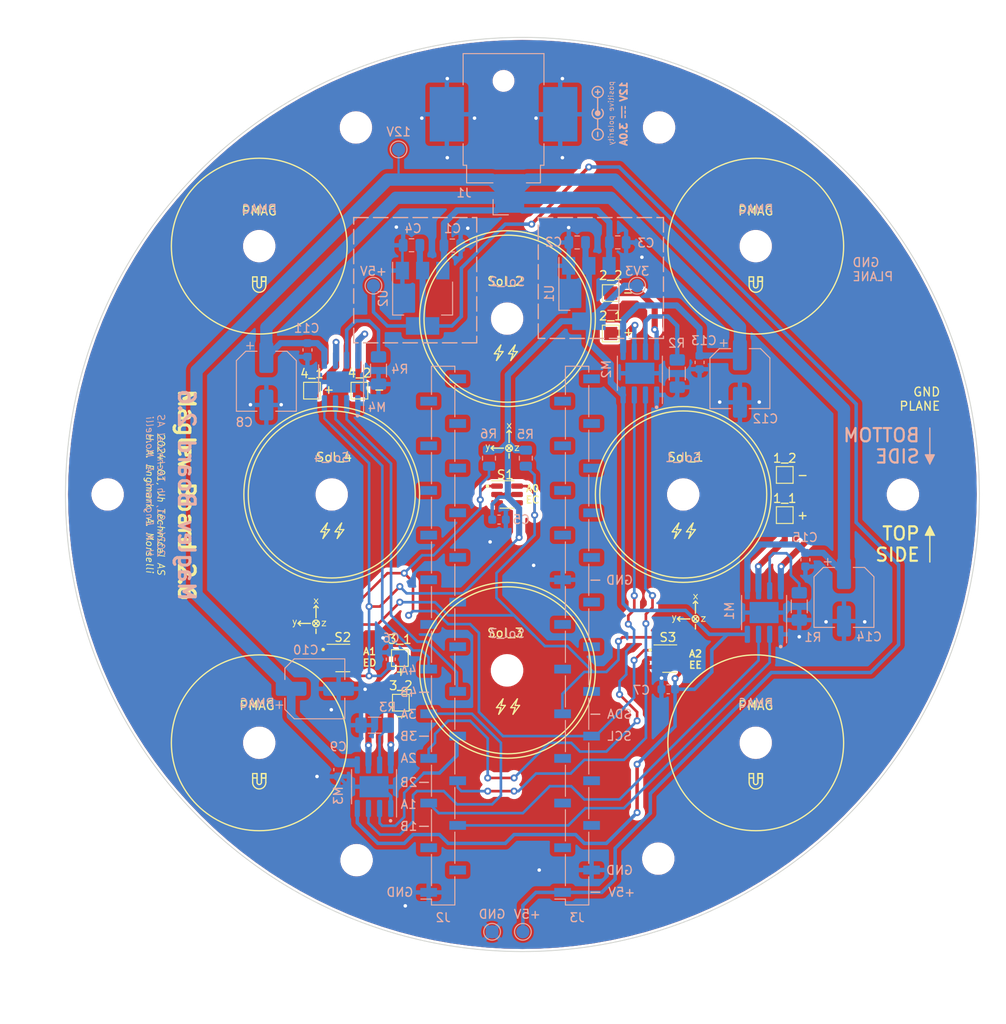
<source format=kicad_pcb>
(kicad_pcb (version 20221018) (generator pcbnew)
  (title_block (title "maglev 2.6") (date "2024-01-24") (rev "1.0") (company "NTNU - Norwegian University of Science and Technology") (comment 1 "Morselli Alberto"))
  (layers (0 "F.Cu" signal) (31 "B.Cu" signal) (34 "B.Paste" user) (35 "F.Paste" user) (36 "B.SilkS" user "B.Silkscreen") (37 "F.SilkS" user "F.Silkscreen") (38 "B.Mask" user) (39 "F.Mask" user) (44 "Edge.Cuts" user))
  (net 0 "")
  (net 1 "GND")
  (net 2 "Net-(M1-LSS)")
  (net 3 "+3.3V")
  (net 4 "+12V")
  (net 5 "+5V")
  (net 6 "Net-(M2-LSS)")
  (net 7 "Net-(M3-LSS)")
  (net 8 "Net-(M4-LSS)")
  (net 9 "Net-(3_1-Pin_1)")
  (net 10 "Net-(3_2-Pin_1)")
  (net 11 "Net-(4_1-Pin_1)")
  (net 12 "Net-(4_2-Pin_1)")
  (net 13 "Net-(1_1-Pin_1)")
  (net 14 "Net-(1_2-Pin_1)")
  (net 15 "Net-(2_1-Pin_1)")
  (net 16 "Net-(2_2-Pin_1)")
  (net 17 "/HB_0_B")
  (net 18 "/HB_0_A")
  (net 19 "/HB_1_B")
  (net 20 "/HB_1_A")
  (net 21 "/HB_2_B")
  (net 22 "/HB_2_A")
  (net 23 "/HB_3_B")
  (net 24 "/HB_3_A")
  (net 25 "/I2C_SDA")
  (net 26 "/I2C_SCL")
  (footprint "TestPoint:TestPoint_Pad_1.5x1.5mm" (layer "F.Cu") (at 134.112 122.936)
    (fp_text reference "3_2")
    (fp_text value "solenoid")
  )
  (footprint "TestPoint:TestPoint_Pad_1.5x1.5mm" (layer "F.Cu") (at 124 87.4404)
    (fp_text reference "4_1")
    (fp_text value "solenoid")
  )
  (footprint "TestPoint:TestPoint_Pad_1.5x1.5mm" (layer "F.Cu") (at 177.8 97.028)
    (fp_text reference "1_2")
    (fp_text value "solenoid")
  )
  (footprint "Package_TO_SOT_SMD:SOT-23-6" (layer "F.Cu") (at 127.508 117.856)
    (fp_text reference "S2")
    (fp_text value "TLE493DW1B6A1")
  )
  (footprint "Package_TO_SOT_SMD:SOT-23-6" (layer "F.Cu") (at 164.7135 117.922)
    (fp_text reference "S3")
    (fp_text value "TLE493DW1B6A2")
  )
  (footprint "TestPoint:TestPoint_Pad_1.5x1.5mm" (layer "F.Cu") (at 177.8 101.6)
    (fp_text reference "1_1")
    (fp_text value "solenoid")
  )
  (footprint "TestPoint:TestPoint_Pad_1.5x1.5mm" (layer "F.Cu") (at 158 76.3404)
    (fp_text reference "2_2")
    (fp_text value "solenoid")
  )
  (footprint "TestPoint:TestPoint_Pad_1.5x1.5mm" (layer "F.Cu") (at 134 117.856)
    (fp_text reference "3_1")
    (fp_text value "solenoid")
  )
  (footprint "TestPoint:TestPoint_Pad_1.5x1.5mm" (layer "F.Cu") (at 158 80.9404)
    (fp_text reference "2_1")
    (fp_text value "solenoid")
  )
  (footprint "TestPoint:TestPoint_Pad_1.5x1.5mm" (layer "F.Cu") (at 129.4 87.4404)
    (fp_text reference "4_2")
    (fp_text value "solenoid")
  )
  (footprint "Package_TO_SOT_SMD:SOT-23-6" (layer "F.Cu") (at 146.20114 99.25)
    (fp_text reference "S1")
    (fp_text value "TLE493DW1B6A0")
  )
  (footprint "Capacitor_SMD:C_0805_2012Metric" (layer "B.Cu") (at 139.97 70.9304)
    (fp_text reference "C1")
    (fp_text value "10uF")
  )
  (footprint "Resistor_SMD:R_0805_2012Metric" (layer "B.Cu") (at 148.336 95.123 -90)
    (fp_text reference "R5")
    (fp_text value "1K2")
  )
  (footprint "Capacitor_SMD:CP_Elec_6.3x7.7" (layer "B.Cu") (at 172.7 86.0704 -90)
    (fp_text reference "C12")
    (fp_text value "100uF")
  )
  (footprint "TestPoint:TestPoint_Pad_D1.5mm" (layer "B.Cu") (at 144.5 149 180)
    (fp_text reference "GND")
    (fp_text value "TestPoint_Pad_D1.5mm")
  )
  (footprint "MountingHole:MountingHole_3.2mm_M3" (layer "B.Cu") (at 129.077025 140.852859 180)
    (fp_text reference "REF2" hide)
    (fp_text value "MountingHole_3.2mm_M3")
  )
  (footprint "Resistor_SMD:R_1206_3216Metric_Pad1.30x1.75mm_HandSolder" (layer "B.Cu") (at 179.451 111.984 -90)
    (fp_text reference "R1")
    (fp_text value "0.45")
  )
  (footprint "Capacitor_SMD:C_0603_1608Metric" (layer "B.Cu") (at 164.5412 121.412)
    (fp_text reference "C7")
    (fp_text value "100nF")
  )
  (footprint "MountingHole:MountingHole_3.2mm_M3" (layer "B.Cu") (at 126.25 99.25 180)
    (fp_text reference "Sol_4")
    (fp_text value "MountingHole_3.2mm_M3")
  )
  (footprint "Capacitor_SMD:C_0805_2012Metric" (layer "B.Cu") (at 135.33 70.9004)
    (fp_text reference "C4")
    (fp_text value "10uF")
  )
  (footprint "Package_SO:SOIC-8-1EP_3.9x4.9mm_P1.27mm_EP2.41x3.3mm" (layer "B.Cu") (at 131.064 132.496 90)
    (fp_text reference "M3")
    (fp_text value "A4950E")
  )
  (footprint "Package_SO:SOIC-8-1EP_3.9x4.9mm_P1.27mm_EP2.41x3.3mm" (layer "B.Cu") (at 127.317 86.452 90)
    (fp_text reference "M4")
    (fp_text value "A4950E")
  )
  (footprint "MountingHole:MountingHole_3.2mm_M3" (layer "B.Cu") (at 100.75 99.25 180)
    (fp_text reference "REF4" hide)
    (fp_text value "MountingHole_3.2mm_M3")
  )
  (footprint "TestPoint:TestPoint_Pad_D1.5mm" (layer "B.Cu") (at 131 75.5 180)
    (fp_text reference "+5V")
    (fp_text value "TestPoint_Pad_D1.5mm")
  )
  (footprint "Capacitor_SMD:C_0603_1608Metric" (layer "B.Cu") (at 145.288 102.108 180)
    (fp_text reference "C5")
    (fp_text value "100nF")
  )
  (footprint "MountingHole:MountingHole_3.2mm_M3" (layer "B.Cu") (at 118 71 180)
    (fp_text reference "PMAG")
    (fp_text value "MountingHole_3.2mm_M3")
  )
  (footprint "Capacitor_SMD:CP_Elec_6.3x7.7" (layer "B.Cu") (at 118.81 86.3704 -90)
    (fp_text reference "C8")
    (fp_text value "100uF")
  )
  (footprint "Capacitor_SMD:CP_Elec_6.3x7.7" (layer "B.Cu") (at 184.54 110.9604 -90)
    (fp_text reference "C14")
    (fp_text value "100uF")
  )
  (footprint "MountingHole:MountingHole_3.2mm_M3" (layer "B.Cu") (at 146.208951 79.245847 180)
    (fp_text reference "Sol_2")
    (fp_text value "MountingHole_3.2mm_M3")
  )
  (footprint "Package_TO_SOT_SMD:SOT-223-3_TabPin2" (layer "B.Cu") (at 136.59 76.9304 -90)
    (fp_text reference "U2")
    (fp_text value "LM1117S-5.0")
  )
  (footprint "MountingHole:MountingHole_3.2mm_M3" (layer "B.Cu") (at 191.25 99.25 180)
    (fp_text reference "REF3" hide)
    (fp_text value "MountingHole_3.2mm_M3")
  )
  (footprint "Capacitor_SMD:CP_Elec_6.3x7.7" (layer "B.Cu") (at 124.33 121.3604)
    (fp_text reference "C10")
    (fp_text value "100uF")
  )
  (footprint "Connector_PinSocket_2.54mm:PinSocket_1x24_P2.54mm_Vertical_SMD_Pin1Left" (layer "B.Cu") (at 154.17 115.30715)
    (fp_text reference "J3")
    (fp_text value "SSM-124-L-SV")
  )
  (footprint "TestPoint:TestPoint_Pad_D1.5mm" (layer "B.Cu") (at 161 75.5 180)
    (fp_text reference "3V3")
    (fp_text value "TestPoint_Pad_D1.5mm")
  )
  (footprint "TestPoint:TestPoint_Pad_D1.5mm" (layer "B.Cu") (at 133.858 60 180)
    (fp_text reference "12V")
    (fp_text value "TestPoint_Pad_D1.5mm")
  )
  (footprint "MountingHole:MountingHole_3.2mm_M3" (layer "B.Cu") (at 174.5 127.5 180)
    (fp_text reference "PMAG")
    (fp_text value "MountingHole_3.2mm_M3")
  )
  (footprint "TestPoint:TestPoint_Pad_D1.5mm" (layer "B.Cu") (at 148 149 180)
    (fp_text reference "+5V")
    (fp_text value "TestPoint_Pad_D1.5mm")
  )
  (footprint "Resistor_SMD:R_1206_3216Metric_Pad1.30x1.75mm_HandSolder" (layer "B.Cu") (at 131.572 85.147 -90)
    (fp_text reference "R4")
    (fp_text value "0.45")
  )
  (footprint "Capacitor_SMD:C_0805_2012Metric" (layer "B.Cu") (at 158.8 70.5704 180)
    (fp_text reference "C3")
    (fp_text value "10uF")
  )
  (footprint "MountingHole:MountingHole_3.2mm_M3" (layer "B.Cu") (at 166.25 99.25 180)
    (fp_text reference "Sol_1")
    (fp_text value "MountingHole_3.2mm_M3")
  )
  (footprint "Connector_BarrelJack:BarrelJack_CUI_PJ-036AH-SMT_Horizontal" (layer "B.Cu") (at 145.8 59.2)
    (fp_text reference "J1")
    (fp_text value "PJ-036AH-SMT-TR")
  )
  (footprint "Package_SO:SOIC-8-1EP_3.9x4.9mm_P1.27mm_EP2.41x3.3mm" (layer "B.Cu") (at 161.315 85.4604 90)
    (fp_text reference "M2")
    (fp_text value "A4950E")
  )
  (footprint "MountingHole:MountingHole_3.2mm_M3" (layer "B.Cu") (at 129 57.5 180)
    (fp_text reference "PMAG" hide)
    (fp_text value "MountingHole_3.2mm_M3")
  )
  (footprint "Capacitor_SMD:C_0603_1608Metric" (layer "B.Cu") (at 127 130.556 -90)
    (fp_text reference "C9")
    (fp_text value "100nF")
  )
  (footprint "MountingHole:MountingHole_3.2mm_M3" (layer "B.Cu") (at 163.412036 140.678157 180)
    (fp_text reference "REF**" hide)
    (fp_text value "MountingHole_3.2mm_M3")
  )
  (footprint "MountingHole:MountingHole_3.2mm_M3" (layer "B.Cu") (at 146.198475 119.26189 180)
    (fp_text reference "Sol_3")
    (fp_text value "MountingHole_3.2mm_M3")
  )
  (footprint "Resistor_SMD:R_1206_3216Metric_Pad1.30x1.75mm_HandSolder" (layer "B.Cu") (at 165.57 85.4954 -90)
    (fp_text reference "R2")
    (fp_text value "0.45")
  )
  (footprint "Package_TO_SOT_SMD:SOT-223-3_TabPin2" (layer "B.Cu") (at 155.51 76.3904 -90)
    (fp_text reference "U1")
    (fp_text value "LM1117S-3.3")
  )
  (footprint "Resistor_SMD:R_0805_2012Metric" (layer "B.Cu") (at 144.145 95.123 90)
    (fp_text reference "R6")
    (fp_text value "1K2")
  )
  (footprint "Package_SO:SOIC-8-1EP_3.9x4.9mm_P1.27mm_EP2.41x3.3mm" (layer "B.Cu") (at 175.451 112.684 90)
    (fp_text reference "M1")
    (fp_text value "A4950E")
  )
  (footprint "Capacitor_SMD:C_0603_1608Metric" (layer "B.Cu") (at 132.969 117.996 -90)
    (fp_text reference "C6")
    (fp_text value "100nF")
  )
  (footprint "MountingHole:MountingHole_3.2mm_M3" (layer "B.Cu") (at 174.5 71 180)
    (fp_text reference "PMAG")
    (fp_text value "MountingHole_3.2mm_M3")
  )
  (footprint "Capacitor_SMD:C_0805_2012Metric" (layer "B.Cu") (at 154.18 70.5804 180)
    (fp_text reference "C2")
    (fp_text value "10uF")
  )
  (footprint "MountingHole:MountingHole_3.2mm_M3" (layer "B.Cu") (at 163.5 57.5 180)
    (fp_text reference "PMAG" hide)
    (fp_text value "MountingHole_3.2mm_M3")
  )
  (footprint "Capacitor_SMD:C_0603_1608Metric" (layer "B.Cu") (at 123.49 82.8104 -90)
    (fp_text reference "C11")
    (fp_text value "100nF")
  )
  (footprint "Connector_PinSocket_2.54mm:PinSocket_1x24_P2.54mm_Vertical_SMD_Pin1Left" (layer "B.Cu") (at 138.93 115.30715)
    (fp_text reference "J2")
    (fp_text value "SSM-124-L-SV")
  )
  (footprint "Resistor_SMD:R_1206_3216Metric_Pad1.30x1.75mm_HandSolder" (layer "B.Cu") (at 131.13 125.5004 180)
    (fp_text reference "R3")
    (fp_text value "0.45")
  )
  (footprint "Capacitor_SMD:C_0603_1608Metric" (layer "B.Cu") (at 168.11 84.2254 -90)
    (fp_text reference "C13")
    (fp_text value "100nF")
  )
  (footprint "MountingHole:MountingHole_3.2mm_M3" (layer "B.Cu") (at 118 127.5 180)
    (fp_text reference "PMAG")
    (fp_text value "MountingHole_3.2mm_M3")
  )
  (footprint "Capacitor_SMD:C_0603_1608Metric" (layer "B.Cu") (at 180.15 106.6704 -90)
    (fp_text reference "C15")
    (fp_text value "100nF")
  )
  (gr_line (start 156.5148 55.245) (end 156.5148 54.102) (stroke (width 0.15)) (layer "B.SilkS"))
  (gr_circle (center 129.1844 90.297) (end 129.0574 90.297) (stroke (width 0.15)) (fill solid) (layer "B.SilkS"))
  (gr_arc (start 156.963813 55.430987) (mid 156.5148 56.515) (end 156.065787 55.430987) (stroke (width 0.15)) (layer "B.SilkS"))
  (gr_line (start 137.25 132) (end 136.25 132) (stroke (width 0.15)) (layer "B.SilkS"))
  (gr_circle (center 156.5148 55.88) (end 156.5148 55.626) (stroke (width 0.15)) (fill solid) (layer "B.SilkS"))
  (gr_line (start 159.639 55.626) (end 159.639 55.88) (stroke (width 0.15)) (layer "B.SilkS"))
  (gr_poly (pts (xy 194.31 95.758) (xy 193.802 94.742) (xy 194.818 94.742)) (stroke (width 0.15)) (fill solid) (layer "B.SilkS"))
  (gr_line (start 137.25 137) (end 136.25 137) (stroke (width 0.15)) (layer "B.SilkS"))
  (gr_line (start 194.31 95.758) (end 194.31 91.694) (stroke (width 0.15)) (layer "B.SilkS"))
  (gr_circle (center 156.5148 58.293) (end 156.5148 57.658) (stroke (width 0.15)) (fill none) (layer "B.SilkS"))
  (gr_line (start 156.75 124.25) (end 155.75 124.25) (stroke (width 0.15)) (layer "B.SilkS"))
  (gr_rect (start 128.75 67.75) (end 142.75 82) (stroke (width 0.15) (type dash)) (fill none) (layer "B.SilkS"))
  (gr_line (start 159.258 56.388) (end 159.258 55.372) (stroke (width 0.15)) (layer "B.SilkS"))
  (gr_circle (center 177.3428 116.5606) (end 177.4698 116.5606) (stroke (width 0.15)) (fill solid) (layer "B.SilkS"))
  (gr_line (start 159.639 55.118) (end 159.639 55.372) (stroke (width 0.15)) (layer "B.SilkS"))
  (gr_line (start 156.2608 53.467) (end 156.7688 53.467) (stroke (width 0.15)) (layer "B.SilkS"))
  (gr_line (start 156.5148 55.245) (end 156.5148 55.88) (stroke (width 0.15)) (layer "B.SilkS"))
  (gr_line (start 156.75 144.5) (end 155.75 144.5) (stroke (width 0.15)) (layer "B.SilkS"))
  (gr_line (start 137.25 121.75) (end 136.25 121.75) (stroke (width 0.15)) (layer "B.SilkS"))
  (gr_line (start 159.258 55.372) (end 159.258 55.118) (stroke (width 0.15)) (layer "B.SilkS"))
  (gr_line (start 156.75 109) (end 155.75 109) (stroke (width 0.15)) (layer "B.SilkS"))
  (gr_line (start 156.5148 57.658) (end 156.5148 56.515) (stroke (width 0.15)) (layer "B.SilkS"))
  (gr_circle (center 163.2204 89.3318) (end 163.0934 89.3318) (stroke (width 0.15)) (fill solid) (layer "B.SilkS"))
  (gr_circle (center 156.5148 53.467) (end 156.5148 52.832) (stroke (width 0.15)) (fill none) (layer "B.SilkS"))
  (gr_line (start 156.5148 53.721) (end 156.5148 53.213) (stroke (width 0.15)) (layer "B.SilkS"))
  (gr_line (start 159.639 56.134) (end 159.639 56.388) (stroke (width 0.15)) (layer "B.SilkS"))
  (gr_circle (center 132.9436 136.3726) (end 132.8166 136.3726) (stroke (width 0.15)) (fill solid) (layer "B.SilkS"))
  (gr_line (start 137.25 126.75) (end 136.25 126.75) (stroke (width 0.15)) (layer "B.SilkS"))
  (gr_line (start 156.5148 58.547) (end 156.5148 58.039) (stroke (width 0.15)) (layer "B.SilkS"))
  (gr_rect (start 149.75 67.75) (end 164 81.5) (stroke (width 0.15) (type dash)) (fill none) (layer "B.SilkS"))
  (gr_arc (start 174.75 132) (mid 174.5 132.25) (end 174.25 132) (stroke (width 0.15)) (layer "F.SilkS"))
  (gr_line (start 165.862 113.157) (end 165.608 113.411) (stroke (width 0.15)) (layer "F.SilkS"))
  (gr_line (start 174.75 74.5) (end 174.75 75.25) (stroke (width 0.15)) (layer "F.SilkS"))
  (gr_line (start 126.625 103.5) (end 127.125 103.5) (stroke (width 0.15)) (layer "F.SilkS"))
  (gr_line (start 147.125 123.25) (end 147.375 122.5) (stroke (width 0.15)) (layer "F.SilkS"))
  (gr_rect (start 174.75 131) (end 175.25 131.5) (stroke (width 0.15)) (fill none) (layer "F.SilkS"))
  (gr_line (start 145.5 82.25) (end 144.75 83.25) (stroke (width 0.15)) (layer "F.SilkS"))
  (gr_line (start 117.75 75.25) (end 117.75 75.5) (stroke (width 0.15)) (layer "F.SilkS"))
  (gr_circle (center 124.46 113.919) (end 124.079 113.919) (stroke (width 0.15)) (fill none) (layer "F.SilkS"))
  (gr_line (start 144.75 83.25) (end 145.25 83.25) (stroke (width 0.15)) (layer "F.SilkS"))
  (gr_line (start 174.25 131) (end 174.25 131.75) (stroke (width 0.15)) (layer "F.SilkS"))
  (gr_line (start 173.75 74.5) (end 174.25 74.5) (stroke (width 0.15)) (layer "F.SilkS"))
  (gr_rect (start 118.25 74.5) (end 118.75 75) (stroke (width 0.15)) (fill none) (layer "F.SilkS"))
  (gr_line (start 167.64 114.046) (end 167.64 114.554) (stroke (width 0.15)) (layer "F.SilkS"))
  (gr_line (start 167.625 103.25) (end 167.125 103.25) (stroke (width 0.15)) (layer "F.SilkS"))
  (gr_line (start 117.25 75.5) (end 117.25 74.5) (stroke (width 0.15)) (layer "F.SilkS"))
  (gr_line (start 124.714 113.665) (end 124.206 114.173) (stroke (width 0.15)) (layer "F.SilkS"))
  (gr_line (start 144.399 93.98) (end 144.653 94.234) (stroke (width 0.15)) (layer "F.SilkS"))
  (gr_line (start 173.75 131) (end 174.25 131) (stroke (width 0.15)) (layer "F.SilkS"))
  (gr_line (start 175.25 75.5) (end 175.25 74.5) (stroke (width 0.15)) (layer "F.SilkS"))
  (gr_line (start 146.431 91.948) (end 146.685 92.202) (stroke (width 0.15)) (layer "F.SilkS"))
  (gr_circle (center 167.64 113.411) (end 167.259 113.411) (stroke (width 0.15)) (fill none) (layer "F.SilkS"))
  (gr_line (start 174.75 75.5) (end 174.75 75.25) (stroke (width 0.15)) (layer "F.SilkS"))
  (gr_line (start 145.25 124.25) (end 146 123.25) (stroke (width 0.15)) (layer "F.SilkS"))
  (gr_line (start 117.25 132) (end 117.25 131) (stroke (width 0.15)) (layer "F.SilkS"))
  (gr_circle (center 126.25 99.25) (end 136.25 99.25) (stroke (width 0.15)) (fill none) (layer "F.SilkS"))
  (gr_line (start 117.75 74.5) (end 117.75 75.25) (stroke (width 0.15)) (layer "F.SilkS"))
  (gr_line (start 118.75 131.5) (end 118.25 131.5) (stroke (width 0.15)) (layer "F.SilkS"))
  (gr_line (start 166 103.25) (end 165.5 103.25) (stroke (width 0.15)) (layer "F.SilkS"))
  (gr_line (start 145.25 83.25) (end 145 84) (stroke (width 0.15)) (layer "F.SilkS"))
  (gr_line (start 173.75 75.5) (end 173.75 74.5) (stroke (width 0.15)) (layer "F.SilkS"))
  (gr_circle (center 146.25 79.25) (end 156.25 79.25) (stroke (width 0.15)) (fill none) (layer "F.SilkS"))
  (gr_line (start 118.25 131) (end 118.25 131.75) (stroke (width 0.15)) (layer "F.SilkS"))
  (gr_line (start 146.431 93.345) (end 146.431 91.948) (stroke (width 0.15)) (layer "F.SilkS"))
  (gr_line (start 146.875 124.25) (end 147.625 123.25) (stroke (width 0.15)) (layer "F.SilkS"))
  (gr_line (start 175.25 131) (end 174.75 131) (stroke (width 0.15)) (layer "F.SilkS"))
  (gr_line (start 117.75 131.5) (end 117.25 131.5) (stroke (width 0.15)) (layer "F.SilkS"))
  (gr_line (start 167.894 113.157) (end 167.386 113.665) (stroke (width 0.15)) (layer "F.SilkS"))
  (gr_circle (center 146.25 79.25) (end 155.75 79.25) (stroke (width 0.15)) (fill none) (layer "F.SilkS"))
  (gr_line (start 167.64 111.379) (end 167.894 111.633) (stroke (width 0.15)) (layer "F.SilkS"))
  (gr_circle (center 118 71) (end 128 71) (stroke (width 0.15)) (fill none) (layer "F.SilkS"))
  (gr_line (start 145.75 122.5) (end 145 123.5) (stroke (width 0.15)) (layer "F.SilkS"))
  (gr_line (start 146 123.25) (end 145.5 123.25) (stroke (width 0.15)) (layer "F.SilkS"))
  (gr_line (start 167.125 103.5) (end 166.875 104.25) (stroke (width 0.15)) (layer "F.SilkS"))
  (gr_line (start 174.75 131) (end 174.75 131.75) (stroke (width 0.15)) (layer "F.SilkS"))
  (gr_line (start 127.375 102.5) (end 126.625 103.5) (stroke (width 0.15)) (layer "F.SilkS"))
  (gr_line (start 165.25 104.25) (end 166 103.25) (stroke (width 0.15)) (layer "F.SilkS"))
  (gr_line (start 122.682 113.665) (end 122.428 113.919) (stroke (width 0.15)) (layer "F.SilkS"))
  (gr_line (start 145.5 123.5) (end 145.25 124.25) (stroke (width 0.15)) (layer "F.SilkS"))
  (gr_line (start 166.625 103.5) (end 167.125 103.5) (stroke (width 0.15)) (layer "F.SilkS"))
  (gr_line (start 146.625 84) (end 147.375 83) (stroke (width 0.15)) (layer "F.SilkS"))
  (gr_line (start 167.64 112.776) (end 167.64 111.379) (stroke (width 0.15)) (layer "F.SilkS"))
  (gr_line (start 125.75 102.5) (end 125 103.5) (stroke (width 0.15)) (layer "F.SilkS"))
  (gr_line (start 126.875 104.25) (end 127.625 103.25) (stroke (width 0.15)) (layer "F.SilkS"))
  (gr_line (start 146.431 94.615) (end 146.431 95.123) (stroke (width 0.15)) (layer "F.SilkS"))
  (gr_line (start 165 103.5) (end 165.5 103.5) (stroke (width 0.15)) (layer "F.SilkS"))
  (gr_arc (start 175.25 132) (mid 174.5 132.75) (end 173.75 132) (stroke (width 0.15)) (layer "F.SilkS"))
  (gr_line (start 166.875 104.25) (end 167.625 103.25) (stroke (width 0.15)) (layer "F.SilkS"))
  (gr_line (start 127.125 103.5) (end 126.875 104.25) (stroke (width 0.15)) (layer "F.SilkS"))
  (gr_line (start 145.75 83) (end 145.25 83) (stroke (width 0.15)) (layer "F.SilkS"))
  (gr_circle (center 146.25 119.25) (end 155.75 119.25) (stroke (width 0.15)) (fill none) (layer "F.SilkS"))
  (gr_line (start 146.431 91.948) (end 146.177 92.202) (stroke (width 0.15)) (layer "F.SilkS"))
  (gr_circle (center 126.25 99.25) (end 135.75 99.25) (stroke (width 0.15)) (fill none) (layer "F.SilkS"))
  (gr_line (start 165.5 103.25) (end 165.75 102.5) (stroke (width 0.15)) (layer "F.SilkS"))
  (gr_line (start 117.75 75) (end 117.25 75) (stroke (width 0.15)) (layer "F.SilkS"))
  (gr_line (start 174.75 132) (end 174.75 131.75) (stroke (width 0.15)) (layer "F.SilkS"))
  (gr_line (start 174.25 75) (end 173.75 75) (stroke (width 0.15)) (layer "F.SilkS"))
  (gr_line (start 175.25 132) (end 175.25 131) (stroke (width 0.15)) (layer "F.SilkS"))
  (gr_line (start 175.25 74.5) (end 174.75 74.5) (stroke (width 0.15)) (layer "F.SilkS"))
  (gr_line (start 165.75 102.5) (end 165 103.5) (stroke (width 0.15)) (layer "F.SilkS"))
  (gr_circle (center 174.5 71) (end 184.5 71) (stroke (width 0.15)) (fill none) (layer "F.SilkS"))
  (gr_line (start 127.625 103.25) (end 127.125 103.25) (stroke (width 0.15)) (layer "F.SilkS"))
  (gr_arc (start 118.25 132) (mid 118 132.25) (end 117.75 132) (stroke (width 0.15)) (layer "F.SilkS"))
  (gr_line (start 175.25 75) (end 174.75 75) (stroke (width 0.15)) (layer "F.SilkS"))
  (gr_line (start 117.25 131) (end 117.75 131) (stroke (width 0.15)) (layer "F.SilkS"))
  (gr_circle (center 143.9672 98.298) (end 144.0942 98.298) (stroke (width 0.15)) (fill solid) (layer "F.SilkS"))
  (gr_line (start 122.428 113.919) (end 122.682 113.665) (stroke (width 0.15)) (layer "F.SilkS"))
  (gr_line (start 118.75 75) (end 118.25 75) (stroke (width 0.15)) (layer "F.SilkS"))
  (gr_line (start 174.25 75.25) (end 174.25 75.5) (stroke (width 0.15)) (layer "F.SilkS"))
  (gr_line (start 117.25 74.5) (end 117.75 74.5) (stroke (width 0.15)) (layer "F.SilkS"))
  (gr_line (start 118.75 131) (end 118.25 131) (stroke (width 0.15)) (layer "F.SilkS"))
  (gr_line (start 146.875 83) (end 147.125 82.25) (stroke (width 0.15)) (layer "F.SilkS"))
  (gr_line (start 124.46 114.554) (end 124.46 115.062) (stroke (width 0.15)) (layer "F.SilkS"))
  (gr_circle (center 162.4838 116.9416) (end 162.6108 116.9416) (stroke (width 0.15)) (fill solid) (layer "F.SilkS"))
  (gr_line (start 118.25 132) (end 118.25 131.75) (stroke (width 0.15)) (layer "F.SilkS"))
  (gr_line (start 118.75 74.5) (end 118.25 74.5) (stroke (width 0.15)) (layer "F.SilkS"))
  (gr_line (start 167.005 113.411) (end 165.608 113.411) (stroke (width 0.15)) (layer "F.SilkS"))
  (gr_line (start 145.796 93.98) (end 144.399 93.98) (stroke (width 0.15)) (layer "F.SilkS"))
  (gr_line (start 145 123.5) (end 145.5 123.5) (stroke (width 0.15)) (layer "F.SilkS"))
  (gr_line (start 147.375 122.5) (end 146.625 123.5) (stroke (width 0.15)) (layer "F.SilkS"))
  (gr_line (start 146.177 93.726) (end 146.685 94.234) (stroke (width 0.15)) (layer "F.SilkS"))
  (gr_arc (start 175.25 75.5) (mid 174.5 76.25) (end 173.75 75.5) (stroke (width 0.15)) (layer "F.SilkS"))
  (gr_line (start 124.46 111.887) (end 124.714 112.141) (stroke (width 0.15)) (layer "F.SilkS"))
  (gr_line (start 167.125 103.25) (end 167.375 102.5) (stroke (width 0.15)) (layer "F.SilkS"))
  (gr_line (start 127.125 103.25) (end 127.375 102.5) (stroke (width 0.15)) (layer "F.SilkS"))
  (gr_line (start 165.608 113.411) (end 165.862 113.665) (stroke (width 0.15)) (layer "F.SilkS"))
  (gr_arc (start 174.75 75.5) (mid 174.5 75.75) (end 174.25 75.5) (stroke (width 0.15)) (layer "F.SilkS"))
  (gr_circle (center 146.431 93.98) (end 146.05 93.98) (stroke (width 0.15)) (fill none) (layer "F.SilkS"))
  (gr_line (start 174.25 131.5) (end 173.75 131.5) (stroke (width 0.15)) (layer "F.SilkS"))
  (gr_line (start 126 103.25) (end 125.5 103.25) (stroke (width 0.15)) (layer "F.SilkS"))
  (gr_line (start 173.75 132) (end 173.75 131) (stroke (width 0.15)) (layer "F.SilkS"))
  (gr_circle (center 166.25 99.25) (end 175.75 99.25) (stroke (width 0.15)) (fill none) (layer "F.SilkS"))
  (gr_circle (center 174.5 127.5) (end 184.5 127.5) (stroke (width 0.15)) (fill none) (layer "F.SilkS"))
  (gr_line (start 146.685 93.726) (end 146.177 94.234) (stroke (width 0.15)) (layer "F.SilkS"))
  (gr_arc (start 118.75 132) (mid 118 132.75) (end 117.25 132) (stroke (width 0.15)) (layer "F.SilkS"))
  (gr_line (start 118.75 132) (end 118.75 131) (stroke (width 0.15)) (layer "F.SilkS"))
  (gr_line (start 147.375 83) (end 146.875 83) (stroke (width 0.15)) (layer "F.SilkS"))
  (gr_line (start 167.375 102.5) (end 166.625 103.5) (stroke (width 0.15)) (layer "F.SilkS"))
  (gr_line (start 118.25 74.5) (end 118.25 75.25) (stroke (width 0.15)) (layer "F.SilkS"))
  (gr_line (start 146.375 83.25) (end 146.875 83.25) (stroke (width 0.15)) (layer "F.SilkS"))
  (gr_line (start 167.386 113.157) (end 167.894 113.665) (stroke (width 0.15)) (layer "F.SilkS"))
  (gr_rect (start 118.25 131) (end 118.75 131.5) (stroke (width 0.15)) (fill none) (layer "F.SilkS"))
  (gr_line (start 123.825 113.919) (end 122.428 113.919) (stroke (width 0.15)) (layer "F.SilkS"))
  (gr_circle (center 118 127.5) (end 128 127.5) (stroke (width 0.15)) (fill none) (layer "F.SilkS"))
  (gr_poly (pts (xy 194.31 102.87) (xy 193.802 103.886) (xy 194.818 103.886)) (stroke (width 0.15)) (fill solid) (layer "F.SilkS"))
  (gr_line (start 165.608 113.411) (end 165.862 113.157) (stroke (width 0.15)) (layer "F.SilkS"))
  (gr_circle (center 166.25 99.25) (end 176.25 99.25) (stroke (width 0.15)) (fill none) (layer "F.SilkS"))
  (gr_line (start 175.25 131.5) (end 174.75 131.5) (stroke (width 0.15)) (layer "F.SilkS"))
  (gr_line (start 117.75 131.75) (end 117.75 132) (stroke (width 0.15)) (layer "F.SilkS"))
  (gr_line (start 194.31 106.934) (end 194.31 102.87) (stroke (width 0.15)) (layer "F.SilkS"))
  (gr_line (start 144.399 93.98) (end 144.653 93.726) (stroke (width 0.15)) (layer "F.SilkS"))
  (gr_line (start 147.125 82.25) (end 146.375 83.25) (stroke (width 0.15)) (layer "F.SilkS"))
  (gr_line (start 144.653 93.726) (end 144.399 93.98) (stroke (width 0.15)) (layer "F.SilkS"))
  (gr_line (start 125.5 103.25) (end 125.75 102.5) (stroke (width 0.15)) (layer "F.SilkS"))
  (gr_line (start 167.64 111.379) (end 167.386 111.633) (stroke (width 0.15)) (layer "F.SilkS"))
  (gr_line (start 125 103.5) (end 125.5 103.5) (stroke (width 0.15)) (layer "F.SilkS"))
  (gr_circle (center 125.2728 116.8908) (end 125.3998 116.8908) (stroke (width 0.15)) (fill solid) (layer "F.SilkS"))
  (gr_line (start 145 84) (end 145.75 83) (stroke (width 0.15)) (layer "F.SilkS"))
  (gr_line (start 124.206 113.665) (end 124.714 114.173) (stroke (width 0.15)) (layer "F.SilkS"))
  (gr_line (start 124.46 113.284) (end 124.46 111.887) (stroke (width 0.15)) (layer "F.SilkS"))
  (gr_arc (start 118.25 75.5) (mid 118 75.75) (end 117.75 75.5) (stroke (width 0.15)) (layer "F.SilkS"))
  (gr_line (start 165.5 103.5) (end 165.25 104.25) (stroke (width 0.15)) (layer "F.SilkS"))
  (gr_line (start 174.25 74.5) (end 174.25 75.25) (stroke (width 0.15)) (layer "F.SilkS"))
  (gr_line (start 124.46 111.887) (end 124.206 112.141) (stroke (width 0.15)) (layer "F.SilkS"))
  (gr_line (start 122.428 113.919) (end 122.682 114.173) (stroke (width 0.15)) (layer "F.SilkS"))
  (gr_line (start 118.75 75.5) (end 118.75 74.5) (stroke (width 0.15)) (layer "F.SilkS"))
  (gr_line (start 145.5 123.25) (end 145.75 122.5) (stroke (width 0.15)) (layer "F.SilkS"))
  (gr_line (start 147.625 123.25) (end 147.125 123.25) (stroke (width 0.15)) (layer "F.SilkS"))
  (gr_line (start 118.25 75.5) (end 118.25 75.25) (stroke (width 0.15)) (layer "F.SilkS"))
  (gr_arc (start 118.75 75.5) (mid 118 76.25) (end 117.25 75.5) (stroke (width 0.15)) (layer "F.SilkS"))
  (gr_line (start 117.75 131) (end 117.75 131.75) (stroke (width 0.15)) (layer "F.SilkS"))
  (gr_line (start 174.25 131.75) (end 174.25 132) (stroke (width 0.15)) (layer "F.SilkS"))
  (gr_line (start 125.5 103.5) (end 125.25 104.25) (stroke (width 0.15)) (layer "F.SilkS"))
  (gr_line (start 145.25 83) (end 145.5 82.25) (stroke (width 0.15)) (layer "F.SilkS"))
  (gr_line (start 147.125 123.5) (end 146.875 124.25) (stroke (width 0.15)) (layer "F.SilkS"))
  (gr_line (start 146.625 123.5) (end 147.125 123.5) (stroke (width 0.15)) (layer "F.SilkS"))
  (gr_circle (center 146.25 119.25) (end 156.25 119.25) (stroke (width 0.15)) (fill none) (layer "F.SilkS"))
  (gr_line (start 146.875 83.25) (end 146.625 84) (stroke (width 0.15)) (layer "F.SilkS"))
  (gr_rect (start 174.75 74.5) (end 175.25 75) (stroke (width 0.15)) (fill none) (layer "F.SilkS"))
  (gr_line (start 125.25 104.25) (end 126 103.25) (stroke (width 0.15)) (layer "F.SilkS"))
  (gr_circle (center 147.9495 99.25) (end 95.9495 99.25) (stroke (width 0.1)) (fill none) (layer "Edge.Cuts"))
  (gr_text "3A" (at 135 124.25) (layer "B.SilkS") (effects (font (size 1 1)) (justify mirror)))
  (gr_text "4A" (at 135 119.25) (layer "B.SilkS") (effects (font (size 1 1)) (justify mirror)))
  (gr_text "1A\n" (at 135 134.5) (layer "B.SilkS") (effects (font (size 1 1)) (justify mirror)))
  (gr_text "1B" (at 135 137) (layer "B.SilkS") (effects (font (size 1 1)) (justify mirror)))
  (gr_text "4B" (at 135 121.75) (layer "B.SilkS") (effects (font (size 1 1)) (justify mirror)))
  (gr_text "12V    3.0A" (at 159.9438 52.197 90) (layer "B.SilkS") (effects (font (size 0.8 0.8) (thickness 0.2) bold) (justify left bottom mirror)))
  (gr_text "GND\nPLANE" (at 185.42 73.66) (layer "B.SilkS") (effects (font (size 1 1)) (justify right mirror)))
  (gr_text "SDA\n" (at 159 124.25) (layer "B.SilkS") (effects (font (size 1 1)) (justify mirror)))
  (gr_text "+5V" (at 159.25 144.5) (layer "B.SilkS") (effects (font (size 1 1)) (justify mirror)))
  (gr_text "BOTTOM\nSIDE" (at 193.294 93.726) (layer "B.SilkS") (effects (font (size 1.5 1.5) (thickness 0.25) bold) (justify left mirror)))
  (gr_text "positive polarity" (at 158.0388 55.88 90) (layer "B.SilkS") (effects (font (size 0.6 0.6) (thickness 0.08)) (justify mirror)))
  (gr_text "2A" (at 135 129.25) (layer "B.SilkS") (effects (font (size 1 1)) (justify mirror)))
  (gr_text "2B\n" (at 135 132) (layer "B.SilkS") (effects (font (size 1 1)) (justify mirror)))
  (gr_text "Maglev Board 2.6\n" (at 109.728 99.314 -90) (layer "B.SilkS") (effects (font (size 1.8 1.8) (thickness 0.35) bold) (justify mirror)))
  (gr_text "GND" (at 159 109) (layer "B.SilkS") (effects (font (size 1 1)) (justify mirror)))
  (gr_text "GND\n" (at 134 144.5) (layer "B.SilkS") (effects (font (size 1 1)) (justify mirror)))
  (gr_text "GND\n" (at 159 142) (layer "B.SilkS") (effects (font (size 1 1)) (justify mirror)))
  (gr_text "2024-01, Jh Technical AS\nH. A. Engmark, A. Morselli" (at 106.172 106.426 -90) (layer "B.SilkS") (effects (font (size 0.8 0.8) (thickness 0.1) italic) (justify left mirror)))
  (gr_text "SCL" (at 159 126.75) (layer "B.SilkS") (effects (font (size 1 1)) (justify mirror)))
  (gr_text "3B" (at 135 126.75) (layer "B.SilkS") (effects (font (size 1 1)) (justify mirror)))
  (gr_text "z" (at 146.939 94.361) (layer "F.SilkS") (effects (font (size 0.8 0.8) (thickness 0.1)) (justify left bottom)))
  (gr_text "-" (at 134.112 124.46) (layer "F.SilkS") (effects (font (size 1 1))))
  (gr_text "PMAG" (at 174.5 123.2596) (layer "F.SilkS") (effects (font (size 1 1))))
  (gr_text "A1\nED" (at 130.556 118.872) (layer "F.SilkS") (effects (font (size 0.8 0.8) (thickness 0.16) bold) (justify bottom)))
  (gr_text "Sol_2" (at 146 75) (layer "F.SilkS") (effects (font (size 1 1))))
  (gr_text "PMAG" (at 174.5 67) (layer "F.SilkS") (effects (font (size 1 1))))
  (gr_text "A0\nEC" (at 149.098 100.33) (layer "F.SilkS") (effects (font (size 0.8 0.8) (thickness 0.16) bold) (justify bottom)))
  (gr_text "x" (at 124.079 111.76) (layer "F.SilkS") (effects (font (size 0.8 0.8) (thickness 0.1)) (justify left bottom)))
  (gr_text "-" (at 130.937 87.884) (layer "F.SilkS") (effects (font (size 1 1)) (justify left bottom)))
  (gr_text "+" (at 134.112 119.38) (layer "F.SilkS") (effects (font (size 1 1))))
  (gr_text "+" (at 160.02 80.772) (layer "F.SilkS") (effects (font (size 1 1))))
  (gr_text "x" (at 146.05 91.821) (layer "F.SilkS") (effects (font (size 0.8 0.8) (thickness 0.1)) (justify left bottom)))
  (gr_text "Maglev Board 2.6\n" (at 109.728 99.314 270) (layer "F.SilkS") (effects (font (size 1.8 1.8) (thickness 0.35) bold)))
  (gr_text "x" (at 167.259 111.252) (layer "F.SilkS") (effects (font (size 0.8 0.8) (thickness 0.1)) (justify left bottom)))
  (gr_text "y" (at 164.846 113.665) (layer "F.SilkS") (effects (font (size 0.8 0.8) (thickness 0.1)) (justify left bottom)))
  (gr_text "Sol_3" (at 146 115) (layer "F.SilkS") (effects (font (size 1 1))))
  (gr_text "-" (at 179.832 97.028) (layer "F.SilkS") (effects (font (size 1 1))))
  (gr_text "z" (at 168.148 113.792) (layer "F.SilkS") (effects (font (size 0.8 0.8) (thickness 0.1)) (justify left bottom)))
  (gr_text "PMAG" (at 117.75 123.2596) (layer "F.SilkS") (effects (font (size 1 1))))
  (gr_text "2024-01, Jh Technical AS\nH. A. Engmark, A. Morselli" (at 106.172 92.202 270) (layer "F.SilkS") (effects (font (size 0.8 0.8) (thickness 0.1) italic) (justify left)))
  (gr_text "TOP\nSIDE" (at 193.294 104.902) (layer "F.SilkS") (effects (font (size 1.5 1.5) (thickness 0.25) bold) (justify right)))
  (gr_text "Sol_4" (at 126.5 95) (layer "F.SilkS") (effects (font (size 1 1))))
  (gr_text "+" (at 179.832 101.6) (layer "F.SilkS") (effects (font (size 1 1))))
  (gr_text "A2\nEE" (at 167.64 119.126) (layer "F.SilkS") (effects (font (size 0.8 0.8) (thickness 0.16) bold) (justify bottom)))
  (gr_text "y" (at 121.666 114.173) (layer "F.SilkS") (effects (font (size 0.8 0.8) (thickness 0.1)) (justify left bottom)))
  (gr_text "z" (at 124.968 114.3) (layer "F.SilkS") (effects (font (size 0.8 0.8) (thickness 0.1)) (justify left bottom)))
  (gr_text "y" (at 143.637 94.234) (layer "F.SilkS") (effects (font (size 0.8 0.8) (thickness 0.1)) (justify left bottom)))
  (gr_text "Sol_1" (at 166.5 95) (layer "F.SilkS") (effects (font (size 1 1))))
  (gr_text "GND\nPLANE" (at 195.58 88.392) (layer "F.SilkS") (effects (font (size 1 1)) (justify right)))
  (gr_text "+" (at 125.984 87.376 -90) (layer "F.SilkS") (effects (font (size 1 1))))
  (gr_text "PMAG" (at 118 67) (layer "F.SilkS") (effects (font (size 1 1))))
  (gr_text "-" (at 159.258 76.835) (layer "F.SilkS") (effects (font (size 1 1)) (justify left bottom)))
  (segment (start 163.7792 120.142) (end 163.7792 119.0752) (width 0.4) (layer "F.Cu") (net 1))
  (segment (start 145.06364 103.85636) (end 144.272 104.648) (width 0.3) (layer "F.Cu") (net 1))
  (segment (start 145.06364 100.2) (end 145.06364 103.85636) (width 0.3) (layer "F.Cu") (net 1))
  (segment (start 145.06364 99.25) (end 147.33864 99.25) (width 0.3) (layer "F.Cu") (net 1))
  (segment (start 163.576 118.872) (end 163.576 117.922) (width 0.4) (layer "F.Cu") (net 1))
  (segment (start 145.06364 100.2) (end 145.06364 99.25) (width 0.3) (layer "F.Cu") (net 1))
  (segment (start 163.7792 119.0752) (end 163.576 118.872) (width 0.4) (layer "F.Cu") (net 1))
  (segment (start 163.576 117.922) (end 165.851 117.922) (width 0.4) (layer "F.Cu") (net 1))
  (via (at 186.9 113.7404) (size 0.8) (drill 0.4) (layers "F.Cu" "B.Cu") (net 1))
  (via (at 179.451 115.4414) (size 0.8) (drill 0.4) (layers "F.Cu" "B.Cu") (net 1))
  (via (at 170.4 88.7404) (size 0.8) (drill 0.4) (layers "F.Cu" "B.Cu") (net 1))
  (via (at 139.4 60.9404) (size 0.8) (drill 0.4) (layers "F.Cu" "B.Cu") (net 1))
  (via (at 124.574002 131.331) (size 0.8) (drill 0.4) (layers "F.Cu" "B.Cu") (net 1))
  (via (at 133.604 68.834) (size 0.8) (drill 0.4) (layers "F.Cu" "B.Cu") (net 1))
  (via (at 174.9 88.7404) (size 0.8) (drill 0.4) (layers "F.Cu" "B.Cu") (net 1))
  (via (at 182.5 113.7404) (size 0.8) (drill 0.4) (layers "F.Cu" "B.Cu") (net 1))
  (via (at 161.544 72.263) (size 0.8) (drill 0.4) (layers "F.Cu" "B.Cu") (net 1))
  (via (at 130.048 121.412) (size 0.8) (drill 0.4) (layers "F.Cu" "B.Cu") (net 1))
  (via (at 136.5 56.4404) (size 0.8) (drill 0.4) (layers "F.Cu" "B.Cu") (net 1))
  (via (at 117 89.0404) (size 0.8) (drill 0.4) (layers "F.Cu" "B.Cu") (net 1))
  (via (at 152.5 51.9404) (size 0.8) (drill 0.4) (layers "F.Cu" "B.Cu") (net 1))
  (via (at 149.224998 107.315) (size 0.8) (drill 0.4) (layers "F.Cu" "B.Cu") (net 1))
  (via (at 153.21 68.8904) (size 0.8) (drill 0.4) (layers "F.Cu" "B.Cu") (net 1))
  (via (at 152.5 60.9404) (size 0.8) (drill 0.4) (layers "F.Cu" "B.Cu") (net 1))
  (via (at 126.2 123.7404) (size 0.8) (drill 0.4) (layers "F.Cu" "B.Cu") (net 1))
  (via (at 144.272 104.648) (size 0.8) (drill 0.4) (layers "F.Cu" "B.Cu") (net 1))
  (via (at 139.4 51.9404) (size 0.8) (drill 0.4) (layers "F.Cu" "B.Cu") (net 1))
  (via (at 142.5 56.4404) (size 0.8) (drill 0.4) (layers "F.Cu" "B.Cu") (net 1))
  (via (at 132.08 115.57) (size 0.8) (drill 0.4) (layers "F.Cu" "B.Cu") (net 1))
  (via (at 134.62 146.05) (size 0.8) (drill 0.4) (layers "F.Cu" "B.Cu") (net 1))
  (via (at 163.7792 120.142) (size 0.8) (drill 0.4) (layers "F.Cu" "B.Cu") (net 1))
  (via (at 149.860006 141.97715) (size 0.8) (drill 0.4) (layers "F.Cu" "B.Cu") (net 1))
  (via (at 149.5 56.4404) (size 0.8) (drill 0.4) (layers "F.Cu" "B.Cu") (net 1))
  (via (at 141.732 68.961) (size 0.8) (drill 0.4) (layers "F.Cu" "B.Cu") (net 1))
  (via (at 120.5 89.0404) (size 0.8) (drill 0.4) (layers "F.Cu" "B.Cu") (net 1))
  (segment (start 128.165 132.496) (end 127 131.331) (width 0.4) (layer "B.Cu") (net 1))
  (segment (start 146.063 102.108) (end 146.063 103.873) (width 0.3) (layer "B.Cu") (net 1))
  (segment (start 132.969 117.221) (end 132.969 116.459) (width 0.3) (layer "B.Cu") (net 1))
  (segment (start 132.969 133.604) (end 131.861 132.496) (width 0.4) (layer "B.Cu") (net 1))
  (segment (start 153.21 73.2404) (end 153.21 70.6004) (width 0.3) (layer "B.Cu") (net 1))
  (segment (start 131.064 132.496) (end 132.0556 132.496) (width 0.7) (layer "B.Cu") (net 1))
  (segment (start 179.45 115.4404) (end 179.451 115.4414) (width 0.7) (layer "B.Cu") (net 1))
  (segment (start 131.861 132.496) (end 131.064 132.496) (width 0.4) (layer "B.Cu") (net 1))
  (segment (start 131.5598 132.496) (end 131.064 132.496) (width 0.4) (layer "B.Cu") (net 1))
  (segment (start 152.25 56.75) (end 152.25 56) (width 0.4) (layer "B.Cu") (net 1))
  (segment (start 134.38 70.9004) (end 134.38 69.61) (width 0.3) (layer "B.Cu") (net 1))
  (segment (start 140.92 69.773) (end 141.732 68.961) (width 0.3) (layer "B.Cu") (net 1))
  (segment (start 163.22 87.9354) (end 164.1354 87.9354) (width 0.3) (layer "B.Cu") (net 1))
  (segment (start 165.062 88.392) (end 165.57 87.884) (width 0.3) (layer "B.Cu") (net 1))
  (segment (start 146.063 103.873) (end 145.288 104.648) (width 0.3) (layer "B.Cu") (net 1))
  (segment (start 163.7662 121.412) (end 163.7662 120.155) (width 0.4) (layer "B.Cu") (net 1))
  (segment (start 160.4864 70.5704) (end 161.544 71.628) (width 0.3) (layer "B.Cu") (net 1))
  (segment (start 165.57 87.884) (end 165.57 87.0454) (width 0.3) (layer "B.Cu") (net 1))
  (segment (start 140.92 70.9304) (end 140.92 69.773) (width 0.3) (layer "B.Cu") (net 1))
  (segment (start 131.1196 132.4404) (end 131.064 132.496) (width 0.7) (layer "B.Cu") (net 1))
  (segment (start 164.1354 87.9354) (end 164.592 88.392) (width 0.3) (layer "B.Cu") (net 1))
  (segment (start 134.29 70.9904) (end 134.38 70.9004) (width 0.3) (layer "B.Cu") (net 1))
  (segment (start 153.23 70.5804) (end 153.23 68.9104) (width 0.3) (layer "B.Cu") (net 1))
  (segment (start 167.4626 87.0454) (end 168.11 86.398) (width 0.3) (layer "B.Cu") (net 1))
  (segment (start 153.23 68.9104) (end 153.21 68.8904) (width 0.3) (layer "B.Cu") (net 1))
  (segment (start 127 131.331) (end 124.574002 131.331) (width 0.4) (layer "B.Cu") (net 1))
  (segment (start 153.21 70.6004) (end 153.23 70.5804) (width 0.3) (layer "B.Cu") (net 1))
  (segment (start 131.064 132.496) (end 128.165 132.496) (width 0.4) (layer "B.Cu") (net 1))
  (segment (start 137.28 144.51715) (end 137.28 145.541075) (width 0.3) (layer "B.Cu") (net 1))
  (segment (start 126.8054 85.9404) (end 127.317 86.452) (width 0.5) (layer "B.Cu") (net 1))
  (segment (start 137.28 145.541075) (end 136.771075 146.05) (width 0.3) (layer "B.Cu") (net 1))
  (segment (start 164.592 88.392) (end 165.062 88.392) (width 0.3) (layer "B.Cu") (net 1))
  (segment (start 134.38 69.61) (end 133.604 68.834) (width 0.3) (layer "B.Cu") (net 1))
  (segment (start 163.7662 120.155) (end 163.7792 120.142) (width 0.4) (layer "B.Cu") (net 1))
  (segment (start 136.771075 146.05) (end 134.62 146.05) (width 0.3) (layer "B.Cu") (net 1))
  (segment (start 155.82 141.97715) (end 149.860006 141.97715) (width 0.3) (layer "B.Cu") (net 1))
  (segment (start 159.75 70.5704) (end 160.4864 70.5704) (width 0.3) (layer "B.Cu") (net 1))
  (segment (start 132.969 134.971) (end 132.969 133.604) (width 0.4) (layer "B.Cu") (net 1))
  (segment (start 134.29 73.7804) (end 134.29 70.9904) (width 0.3) (layer "B.Cu") (net 1))
  (segment (start 145.288 104.648) (end 144.272 104.648) (width 0.3) (layer "B.Cu") (net 1))
  (segment (start 134.38 70.9004) (end 134.32 70.8404) (width 0.7) (layer "B.Cu") (net 1))
  (segment (start 161.544 71.628) (end 161.544 72.263) (width 0.3) (layer "B.Cu") (net 1))
  (segment (start 132.969 116.459) (end 132.08 115.57) (width 0.3) (layer "B.Cu") (net 1))
  (segment (start 165.57 87.0454) (end 167.4626 87.0454) (width 0.3) (layer "B.Cu") (net 1))
  (segment (start 168.11 86.398) (end 168.11 85.0004) (width 0.3) (layer "B.Cu") (net 1))
  (segment (start 178 105.9404) (end 176.5 105.9404) (width 0.3) (layer "B.Cu") (net 2))
  (segment (start 176.086 106.3544) (end 176.086 110.209) (width 0.3) (layer "B.Cu") (net 2))
  (segment (start 178.5 106.4404) (end 178 105.9404) (width 0.3) (layer "B.Cu") (net 2))
  (segment (start 179.451 109.3914) (end 178.5 108.4404) (width 0.3) (layer "B.Cu") (net 2))
  (segment (start 178.5 108.4404) (end 178.5 106.4404) (width 0.3) (layer "B.Cu") (net 2))
  (segment (start 176.5 105.9404) (end 176.086 106.3544) (width 0.3) (layer "B.Cu") (net 2))
  (segment (start 179.451 110.434) (end 179.451 109.3914) (width 0.3) (layer "B.Cu") (net 2))
  (segment (start 131.728 112) (end 134 109.728) (width 0.3) (layer "F.Cu") (net 3))
  (segment (start 129.032 119.888) (end 130.5 119.888) (width 0.3) (layer "F.Cu") (net 3))
  (segment (start 130.5 112) (end 131.728 112) (width 0.3) (layer "F.Cu") (net 3))
  (segment (start 161 135.4404) (end 161 129.9404) (width 0.4) (layer "F.Cu") (net 3))
  (segment (start 128.6455 118.806) (end 128.6455 119.5015) (width 0.3) (layer "F.Cu") (net 3))
  (segment (start 128.6455 119.5015) (end 129.032 119.888) (width 0.3) (layer "F.Cu") (net 3))
  (segment (start 147.574 100.43536) (end 147.33864 100.2) (width 0.3) (layer "F.Cu") (net 3))
  (segment (start 147.574 104.14) (end 147.574 100.43536) (width 0.4) (layer "F.Cu") (net 3))
  (segment (start 165.3162 120.1798) (end 165.851 119.645) (width 0.4) (layer "F.Cu") (net 3))
  (segment (start 165.851 119.645) (end 165.851 118.872) (width 0.4) (layer "F.Cu") (net 3))
  (segment (start 128.6455 118.806) (end 128.6515 118.8) (width 0.4) (layer "F.Cu") (net 3))
  (via (at 130.5 119.888) (size 0.8) (drill 0.4) (layers "F.Cu" "B.Cu") (net 3))
  (via (at 130.5 112) (size 0.8) (drill 0.4) (layers "F.Cu" "B.Cu") (net 3))
  (via (at 134 109.728) (size 0.8) (drill 0.4) (layers "F.Cu" "B.Cu") (net 3))
  (via (at 161 129.9404) (size 0.8) (drill 0.4) (layers "F.Cu" "B.Cu") (net 3))
  (via (at 161 135.4404) (size 0.8) (drill 0.4) (layers "F.Cu" "B.Cu") (net 3))
  (via (at 165.3162 120.1798) (size 0.8) (drill 0.4) (layers "F.Cu" "B.Cu") (net 3))
  (via (at 147.574 104.14) (size 0.8) (drill 0.4) (layers "F.Cu" "B.Cu") (net 3))
  (segment (start 130.5 95.6904) (end 126.25 91.4404) (width 0.3) (layer "B.Cu") (net 3))
  (segment (start 155.51 79.5404) (end 159.5504 75.5) (width 0.7) (layer "B.Cu") (net 3))
  (segment (start 155.51 79.5404) (end 155.51 81.9404) (width 0.7) (layer "B.Cu") (net 3))
  (segment (start 147.1555 94.2105) (end 148.336 94.2105) (width 0.7) (layer "B.Cu") (net 3))
  (segment (start 161 135.4404) (end 157.5 138.9404) (width 0.4) (layer "B.Cu") (net 3))
  (segment (start 131.852 119.888) (end 130.5 119.888) (width 0.3) (layer "B.Cu") (net 3))
  (segment (start 147.574 104.14) (end 141.214 110.5) (width 0.3) (layer "B.Cu") (net 3))
  (segment (start 169.5 119.4404) (end 169.5 116.9404) (width 0.4) (layer "B.Cu") (net 3))
  (segment (start 129.159 136.5994) (end 129.159 134.971) (width 0.4) (layer "B.Cu") (net 3))
  (segment (start 155.13 70.5804) (end 155.13 72.8604) (width 0.7) (layer "B.Cu") (net 3))
  (segment (start 159.41 87.9354) (end 159.41 111.66) (width 0.4) (layer "B.Cu") (net 3))
  (segment (start 146.29 93.345) (end 146.29 85.6504) (width 0.7) (layer "B.Cu") (net 3))
  (segment (start 159.5504 75.5) (end 161 75.5) (width 0.7) (layer "B.Cu") (net 3))
  (segment (start 169.2186 115.159) (end 171.5 115.159) (width 0.4) (layer "B.Cu") (net 3))
  (segment (start 167.5284 121.412) (end 169.5 119.4404) (width 0.4) (layer "B.Cu") (net 3))
  (segment (start 131.5 138.9404) (end 129.159 136.5994) (width 0.4) (layer "B.Cu") (net 3))
  (segment (start 135.5 137.9404) (end 134.5 138.9404) (width 0.4) (layer "B.Cu") (net 3))
  (segment (start 154 137.9404) (end 147 137.9404) (width 0.4) (layer "B.Cu") (net 3))
  (segment (start 166.5 112.4404) (end 169.2186 115.159) (width 0.4) (layer "B.Cu") (net 3))
  (segment (start 160.1904 112.4404) (end 166.5 112.4404) (width 0.4) (layer "B.Cu") (net 3))
  (segment (start 130.5 112) (end 130.5 95.6904) (width 0.3) (layer "B.Cu") (net 3))
  (segment (start 165.3162 125.6242) (end 165.3162 121.412) (width 0.4) (layer "B.Cu") (net 3))
  (segment (start 125.412 88.927) (end 125.412 90.6024) (width 0.25) (layer "B.Cu") (net 3))
  (segment (start 125.412 90.6024) (end 126.25 91.4404) (width 0.25) (layer "B.Cu") (net 3))
  (segment (start 138.5 137.9404) (end 135.5 137.9404) (width 0.4) (layer "B.Cu") (net 3))
  (segment (start 147.574 100.838) (end 146.29 99.554) (width 0.7) (layer "B.Cu") (net 3))
  (segment (start 147 137.9404) (end 146 138.9404) (width 0.4) (layer "B.Cu") (net 3))
  (segment (start 147.574 104.14) (end 147.574 100.838) (width 0.7) (layer "B.Cu") (net 3))
  (segment (start 155.51 79.5404) (end 155.51 79.49) (width 0.7) (layer "B.Cu") (net 3))
  (segment (start 165.3162 121.412) (end 167.5284 121.412) (width 0.4) (layer "B.Cu") (net 3))
  (segment (start 171.2814 115.159) (end 171.5 115.159) (width 0.4) (layer "B.Cu") (net 3))
  (segment (start 130.5 112) (end 130.5 119.888) (width 0.3) (layer "B.Cu") (net 3))
  (segment (start 165.3162 120.1798) (end 165.3162 121.412) (width 0.4) (layer "B.Cu") (net 3))
  (segment (start 132.969 118.771) (end 131.852 119.888) (width 0.3) (layer "B.Cu") (net 3))
  (segment (start 161 129.9404) (end 165.3162 125.6242) (width 0.4) (layer "B.Cu") (net 3))
  (segment (start 146.29 93.345) (end 147.1555 94.2105) (width 0.7) (layer "B.Cu") (net 3))
  (segment (start 169.5 116.9404) (end 171.2814 115.159) (width 0.4) (layer "B.Cu") (net 3))
  (segment (start 145.4245 94.2105) (end 144.145 94.2105) (width 0.7) (layer "B.Cu") (net 3))
  (segment (start 171.5 115.159) (end 173.546 115.159) (width 0.4) (layer "B.Cu") (net 3))
  (segment (start 146 138.9404) (end 139.5 138.9404) (width 0.4) (layer "B.Cu") (net 3))
  (segment (start 152.4 79.5404) (end 155.51 79.5404) (width 0.7) (layer "B.Cu") (net 3))
  (segment (start 144.513 102.108) (end 144.513 100.343) (width 0.4) (layer "B.Cu") (net 3))
  (segment (start 139.5 138.9404) (end 138.5 137.9404) (width 0.4) (layer "B.Cu") (net 3))
  (segment (start 155.51 81.9404) (end 158 84.4304) (width 0.7) (layer "B.Cu") (net 3))
  (segment (start 155.51 73.2404) (end 155.51 79.5404) (width 0.7) (layer "B.Cu") (net 3))
  (segment (start 141.214 110.5) (end 134.772 110.5) (width 0.3) (layer "B.Cu") (net 3))
  (segment (start 159.41 87.9354) (end 158 86.5254) (width 0.7) (layer "B.Cu") (net 3))
  (segment (start 144.513 100.343) (end 145.302 99.554) (width 0.4) (layer "B.Cu") (net 3))
  (segment (start 134.5 138.9404) (end 131.5 138.9404) (width 0.4) (layer "B.Cu") (net 3))
  (segment (start 158 86.5254) (end 158 84.4304) (width 0.7) (layer "B.Cu") (net 3))
  (segment (start 145.302 99.554) (end 146.29 99.554) (width 0.4) (layer "B.Cu") (net 3))
  (segment (start 146.29 85.6504) (end 152.4 79.5404) (width 0.7) (layer "B.Cu") (net 3))
  (segment (start 155 138.9404) (end 154 137.9404) (width 0.4) (layer "B.Cu") (net 3))
  (segment (start 134.772 110.5) (end 134 109.728) (width 0.3) (layer "B.Cu") (net 3))
  (segment (start 146.29 93.345) (end 145.4245 94.2105) (width 0.7) (layer "B.Cu") (net 3))
  (segment (start 159.41 111.66) (end 160.1904 112.4404) (width 0.4) (layer "B.Cu") (net 3))
  (segment (start 146.29 99.554) (end 146.29 93.345) (width 0.7) (layer "B.Cu") (net 3))
  (segment (start 157.5 138.9404) (end 155 138.9404) (width 0.4) (layer "B.Cu") (net 3))
  (segment (start 168.11 80.36) (end 165.5 77.75) (width 0.7) (layer "B.Cu") (net 4))
  (segment (start 184.54 89.54) (end 158.4304 63.4304) (width 1.4) (layer "B.Cu") (net 4))
  (segment (start 139.02 71.1904) (end 138.89 71.0604) (width 0.7) (layer "B.Cu") (net 4))
  (segment (start 132.61 63.4304) (end 110.86 85.1804) (width 1.4) (layer "B.Cu") (net 4))
  (segment (start 161.0504 77.75) (end 159.41 79.3904) (width 0.7) (layer "B.Cu") (net 4))
  (segment (start 144.4304 63.4304) (end 134.5 63.4304) (width 1.4) (layer "B.Cu") (net 4))
  (segment (start 147.9404 66.9404) (end 156.5 66.9404) (width 0.7) (layer "B.Cu") (net 4))
  (segment (start 146.5 65.5) (end 147.9404 66.9404) (width 0.7) (layer "B.Cu") (net 4))
  (segment (start 145 66.9404) (end 146.4404 65.5) (width 0.7) (layer "B.Cu") (net 4))
  (segment (start 157.81 73.2404) (end 157.81 70.6104) (width 0.7) (layer "B.Cu") (net 4))
  (segment (start 139.02 73.6504) (end 139.02 71.1904) (width 0.7) (layer "B.Cu") (net 4))
  (segment (start 134.5 63.4304) (end 133.858 63.4304) (width 1.4) (layer "B.Cu") (net 4))
  (segment (start 133.858 63.4304) (end 132.61 63.4304) (width 1.4) (layer "B.Cu") (net 4))
  (segment (start 110.86 110.6404) (end 121.58 121.3604) (width 1.4) (layer "B.Cu") (net 4))
  (segment (start 146.4404 65.5) (end 146.5 65.5) (width 0.7) (layer "B.Cu") (net 4))
  (segment (start 159.41 79.3904) (end 159.41 82.9854) (width 0.7) (layer "B.Cu") (net 4))
  (segment (start 173.546 110.209) (end 173.546 106.3944) (width 0.7) (layer "B.Cu") (net 4))
  (segment (start 123.49 82.0354) (end 124.595 82.0354) (width 0.7) (layer "B.Cu") (net 4))
  (segment (start 179.195 104.9404) (end 180.15 105.8954) (width 0.7) (layer "B.Cu") (net 4))
  (segment (start 168.11 83.4504) (end 172.62 83.4504) (width 0.7) (layer "B.Cu") (net 4))
  (segment (start 127 129.781) (end 128.919 129.781) (width 1) (layer "B.Cu") (net 4))
  (segment (start 158.4304 63.4304) (end 148.5696 63.4304) (width 1.4) (layer "B.Cu") (net 4))
  (segment (start 125.412 82.8524) (end 125.412 83.977) (width 0.7) (layer "B.Cu") (net 4))
  (segment (start 173.546 106.3944) (end 175 104.9404) (width 0.7) (layer "B.Cu") (net 4))
  (segment (start 110.86 85.1804) (end 110.86 110.6404) (width 1.4) (layer "B.Cu") (net 4))
  (segment (start 157.85 68.2904) (end 157.85 70.5704) (width 0.7) (layer "B.Cu") (net 4))
  (segment (start 139.02 70.9304) (end 139.02 68.4204) (width 0.7) (layer "B.Cu") (net 4))
  (segment (start 168.11 83.4504) (end 168.11 80.36) (width 0.7) (layer "B.Cu") (net 4))
  (segment (start 133.5654 65.5) (end 118.81 80.2554) (width 1.4) (layer "B.Cu") (net 4))
  (segment (start 156.5 66.9404) (end 157.85 68.2904) (width 0.7) (layer "B.Cu") (net 4))
  (segment (start 120.445 82.0354) (end 118.81 83.6704) (width 0.7) (layer "B.Cu") (net 4))
  (segment (start 118.81 80.2554) (end 118.81 83.214) (width 1.4) (layer "B.Cu") (net 4))
  (segment (start 146.5 65.5) (end 133.5654 65.5) (width 1.4) (layer "B.Cu") (net 4))
  (segment (start 121.58 121.3604) (end 121.63 121.3604) (width 1.4) (layer "B.Cu") (net 4))
  (segment (start 127 129.781) (end 121.63 124.411) (width 1) (layer "B.Cu") (net 4))
  (segment (start 182.175 105.8954) (end 180.15 105.8954) (width 0.7) (layer "B.Cu") (net 4))
  (segment (start 172.7 80.2) (end 158 65.5) (width 1.4) (layer "B.Cu") (net 4))
  (segment (start 139.02 68.4204) (end 140.5 66.9404) (width 0.7) (layer "B.Cu") (net 4))
  (segment (start 138.89 73.7804) (end 139.02 73.6504) (width 0.7) (layer "B.Cu") (net 4))
  (segment (start 175 104.9404) (end 179.195 104.9404) (width 0.7) (layer "B.Cu") (net 4))
  (segment (start 123.49 82.0354) (end 120.445 82.0354) (width 0.7) (layer "B.Cu") (net 4))
  (segment (start 184.54 108.2604) (end 184.54 89.54) (width 1.4) (layer "B.Cu") (net 4))
  (segment (start 165.5 77.75) (end 161.0504 77.75) (width 0.7) (layer "B.Cu") (net 4))
  (segment (start 172.7 83.3704) (end 172.7 80.2) (width 1.4) (layer "B.Cu") (net 4))
  (segment (start 121.63 124.411) (end 121.63 121.3604) (width 1) (layer "B.Cu") (net 4))
  (segment (start 158 65.5) (end 146.5 65.5) (width 1.4) (layer "B.Cu") (net 4))
  (segment (start 140.5 66.9404) (end 145 66.9404) (width 0.7) (layer "B.Cu") (net 4))
  (segment (start 124.595 82.0354) (end 125.412 82.8524) (width 0.7) (layer "B.Cu") (net 4))
  (segment (start 184.54 108.2604) (end 182.175 105.8954) (width 0.7) (layer "B.Cu") (net 4))
  (segment (start 146.5 65.5) (end 144.4304 63.4304) (width 1.4) (layer "B.Cu") (net 4))
  (segment (start 133.858 60) (end 133.858 63.4304) (width 0.25) (layer "B.Cu") (net 4))
  (segment (start 148.5696 63.4304) (end 146.5 65.5) (width 1.4) (layer "B.Cu") (net 4))
  (segment (start 149 68.5) (end 155.5 62) (width 0.4) (layer "F.Cu") (net 5))
  (via (at 155.5 62) (size 0.8) (drill 0.4) (layers "F.Cu" "B.Cu") (net 5))
  (via (at 149 68.5) (size 0.8) (drill 0.4) (layers "F.Cu" "B.Cu") (net 5))
  (segment (start 190.754 116.332) (end 190.754 107.254) (width 0.4) (layer "B.Cu") (net 5))
  (segment (start 162.5 133.283) (end 176.276 119.507) (width 0.4) (layer "B.Cu") (net 5))
  (segment (start 152.52 144.51715) (end 149.48285 144.51715) (width 0.4) (layer "B.Cu") (net 5))
  (segment (start 148 146) (end 148 149) (width 0.4) (layer "B.Cu") (net 5))
  (segment (start 185.928 88.9635) (end 158.9645 62) (width 0.4) (layer "B.Cu") (net 5))
  (segment (start 190.754 107.254) (end 185.928 102.428) (width 0.4) (layer "B.Cu") (net 5))
  (segment (start 149.48285 144.51715) (end 148 146) (width 0.4) (layer "B.Cu") (net 5))
  (segment (start 139.9196 80.0804) (end 136.59 80.0804) (width 0.4) (layer "B.Cu") (net 5))
  (segment (start 141 73.5) (end 141 79) (width 0.4) (layer "B.Cu") (net 5))
  (segment (start 136.5096 80) (end 136.59 80.0804) (width 0.4) (layer "B.Cu") (net 5))
  (segment (start 132.5804 80.0804) (end 131 78.5) (width 0.4) (layer "B.Cu") (net 5))
  (segment (start 136.28 70.9004) (end 136.28 73.4704) (width 0.7) (layer "B.Cu") (net 5))
  (segment (start 162.5 135.5) (end 162.5 133.283) (width 0.4) (layer "B.Cu") (net 5))
  (segment (start 176.276 119.507) (end 187.579 119.507) (width 0.4) (layer "B.Cu") (net 5))
  (segment (start 158.9645 62) (end 155.5 62) (width 0.4) (layer "B.Cu") (net 5))
  (segment (start 158.5 143) (end 158.5 139.5) (width 0.4) (layer "B.Cu") (net 5))
  (segment (start 141 79) (end 139.9196 80.0804) (width 0.4) (layer "B.Cu") (net 5))
  (segment (start 185.928 102.428) (end 185.928 88.9635) (width 0.4) (layer "B.Cu") (net 5))
  (segment (start 152.52 144.51715) (end 156.98285 144.51715) (width 0.4) (layer "B.Cu") (net 5))
  (segment (start 158.5 139.5) (end 162.5 135.5) (width 0.4) (layer "B.Cu") (net 5))
  (segment (start 156.98285 144.51715) (end 158.5 143) (width 0.4) (layer "B.Cu") (net 5))
  (segment (start 136.59 80.0804) (end 136.59 73.7804) (width 0.7) (layer "B.Cu") (net 5))
  (segment (start 131 78.5) (end 131 75.5) (width 0.4) (layer "B.Cu") (net 5))
  (segment (start 136.59 80.0804) (end 132.5804 80.0804) (width 0.4) (layer "B.Cu") (net 5))
  (segment (start 187.579 119.507) (end 190.754 116.332) (width 0.4) (layer "B.Cu") (net 5))
  (segment (start 149 68.5) (end 146 68.5) (width 0.4) (layer "B.Cu") (net 5))
  (segment (start 146 68.5) (end 141 73.5) (width 0.4) (layer "B.Cu") (net 5))
  (segment (start 164.5 79) (end 162.5 79) (width 0.5) (layer "B.Cu") (net 6))
  (segment (start 161.95 79.55) (end 161.95 82.9854) (width 0.5) (layer "B.Cu") (net 6))
  (segment (start 165.57 83.9454) (end 165.57 80.07) (width 0.5) (layer "B.Cu") (net 6))
  (segment (start 162.5 79) (end 161.95 79.55) (width 0.5) (layer "B.Cu") (net 6))
  (segment (start 165.57 80.07) (end 164.5 79) (width 0.5) (layer "B.Cu") (net 6))
  (segment (start 131.699 126.7414) (end 132.68 125.7604) (width 0.3) (layer "B.Cu") (net 7))
  (segment (start 132.68 125.7604) (end 132.68 125.5004) (width 0.3) (layer "B.Cu") (net 7))
  (segment (start 131.699 130.021) (end 131.699 126.7414) (width 0.3) (layer "B.Cu") (net 7))
  (segment (start 127.952 80.548) (end 127.952 83.977) (width 0.4) (layer "B.Cu") (net 8))
  (segment (start 131.572 80.572) (end 130.5 79.5) (width 0.4) (layer "B.Cu") (net 8))
  (segment (start 129 79.5) (end 127.952 80.548) (width 0.4) (layer "B.Cu") (net 8))
  (segment (start 131.572 83.597) (end 131.572 80.572) (width 0.4) (layer "B.Cu") (net 8))
  (segment (start 130.5 79.5) (end 129 79.5) (width 0.4) (layer "B.Cu") (net 8))
  (segment (start 130.429 127.7874) (end 130.429 123.063) (width 0.7) (layer "F.Cu") (net 9))
  (segment (start 134 119.492) (end 134 117.856) (width 0.7) (layer "F.Cu") (net 9))
  (segment (start 130.429 123.063) (end 134 119.492) (width 0.7) (layer "F.Cu") (net 9))
  (via (at 130.429 127.7874) (size 0.8) (drill 0.4) (layers "F.Cu" "B.Cu") (net 9))
  (segment (start 130.429 130.021) (end 130.429 127.7874) (width 0.7) (layer "B.Cu") (net 9))
  (segment (start 132.969 124.079) (end 134.112 122.936) (width 0.7) (layer "F.Cu") (net 10))
  (segment (start 132.969 127.7366) (end 132.969 124.079) (width 0.7) (layer "F.Cu") (net 10))
  (via (at 132.969 127.7366) (size 0.8) (drill 0.4) (layers "F.Cu" "B.Cu") (net 10))
  (segment (start 132.969 130.021) (end 132.9944 129.9956) (width 0.3) (layer "B.Cu") (net 10))
  (segment (start 132.969 127.7366) (end 132.969 129.9702) (width 0.7) (layer "B.Cu") (net 10))
  (segment (start 126.746 84.6944) (end 124 87.4404) (width 0.7) (layer "F.Cu") (net 11))
  (segment (start 126.746 81.9404) (end 126.746 84.6944) (width 0.7) (layer "F.Cu") (net 11))
  (via (at 126.746 81.9404) (size 0.8) (drill 0.4) (layers "F.Cu" "B.Cu") (net 11))
  (segment (start 126.746 81.9404) (end 126.746 83.913) (width 0.7) (layer "B.Cu") (net 11))
  (segment (start 126.746 83.913) (end 126.682 83.977) (width 0.3) (layer "B.Cu") (net 11))
  (segment (start 129.286 87.3264) (end 129.4 87.4404) (width 1) (layer "F.Cu") (net 12))
  (segment (start 130 81) (end 129.286 81.714) (width 0.7) (layer "F.Cu") (net 12))
  (segment (start 129.286 81.714) (end 129.286 87.3264) (width 0.7) (layer "F.Cu") (net 12))
  (via (at 130 81) (size 0.8) (drill 0.4) (layers "F.Cu" "B.Cu") (net 12))
  (segment (start 129.286 81.714) (end 129.286 83.913) (width 0.7) (layer "B.Cu") (net 12))
  (segment (start 130 81) (end 129.286 81.714) (width 0.7) (layer "B.Cu") (net 12))
  (segment (start 129.286 83.913) (end 129.222 83.977) (width 0.3) (layer "B.Cu") (net 12))
  (segment (start 174.8028 107.4404) (end 177.8 104.4432) (width 0.7) (layer "F.Cu") (net 13))
  (segment (start 177.8 104.4432) (end 177.8 101.6) (width 0.7) (layer "F.Cu") (net 13))
  (via (at 174.8028 107.4404) (size 0.8) (drill 0.4) (layers "F.Cu" "B.Cu") (net 13))
  (segment (start 174.8028 107.4404) (end 174.8028 110.1958) (width 0.7) (layer "B.Cu") (net 13))
  (segment (start 177.3936 107.4404) (end 181.356 103.478) (width 0.7) (layer "F.Cu") (net 14))
  (segment (start 179.324 97.028) (end 177.8 97.028) (width 0.7) (layer "F.Cu") (net 14))
  (segment (start 181.356 99.06) (end 179.324 97.028) (width 0.7) (layer "F.Cu") (net 14))
  (segment (start 181.356 103.478) (end 181.356 99.06) (width 0.7) (layer "F.Cu") (net 14))
  (via (at 177.3936 107.4404) (size 0.8) (drill 0.4) (layers "F.Cu" "B.Cu") (net 14))
  (segment (start 177.3936 107.4404) (end 177.356 107.478) (width 0.7) (layer "B.Cu") (net 14))
  (segment (start 177.356 107.478) (end 177.356 110.209) (width 0.7) (layer "B.Cu") (net 14))
  (segment (start 160.75 80) (end 159.9028 80.8472) (width 0.7) (layer "F.Cu") (net 15))
  (segment (start 159.9028 80.8472) (end 158.1068 80.8472) (width 0.7) (layer "F.Cu") (net 15))
  (segment (start 158.1068 80.8472) (end 158 80.7404) (width 1) (layer "F.Cu") (net 15))
  (via (at 160.75 80) (size 0.8) (drill 0.4) (layers "F.Cu" "B.Cu") (net 15))
  (segment (start 160.75 80) (end 160.68 80.07) (width 0.5) (layer "B.Cu") (net 15))
  (segment (start 160.68 80.07) (end 160.68 82.9854) (width 0.5) (layer "B.Cu") (net 15))
  (segment (start 161.4 76.3404) (end 158 76.3404) (width 0.7) (layer "F.Cu") (net 16))
  (segment (start 163 80.5) (end 163 77.9404) (width 0.7) (layer "F.Cu") (net 16))
  (segment (start 163 77.9404) (end 161.4 76.3404) (width 0.7) (layer "F.Cu") (net 16))
  (via (at 163 80.5) (size 0.8) (drill 0.4) (layers "F.Cu" "B.Cu") (net 16))
  (segment (start 163.22 80.72) (end 163.22 82.9854) (width 0.5) (layer "B.Cu") (net 16))
  (segment (start 163 80.5) (end 163.22 80.72) (width 0.5) (layer "B.Cu") (net 16))
  (segment (start 153.16825 136.89715) (end 140.58 136.89715) (width 0.3) (layer "B.Cu") (net 17))
  (segment (start 155.125 134.9404) (end 153.16825 136.89715) (width 0.3) (layer "B.Cu") (net 17))
  (segment (start 176.086 115.159) (end 176.086 118.3544) (width 0.3) (layer "B.Cu") (net 17))
  (segment (start 176.086 118.3544) (end 159.5 134.9404) (width 0.3) (layer "B.Cu") (net 17))
  (segment (start 159.5 134.9404) (end 155.125 134.9404) (width 0.3) (layer "B.Cu") (net 17))
  (segment (start 148 135.5) (end 151.0596 132.4404) (width 0.3) (layer "B.Cu") (net 18))
  (segment (start 155 133.9404) (end 159 133.9404) (width 0.3) (layer "B.Cu") (net 18))
  (segment (start 137.28 134.35715) (end 138.42285 135.5) (width 0.3) (layer "B.Cu") (net 18))
  (segment (start 151.0596 132.4404) (end 153.5 132.4404) (width 0.3) (layer "B.Cu") (net 18))
  (segment (start 159 133.9404) (end 174.816 118.1244) (width 0.3) (layer "B.Cu") (net 18))
  (segment (start 138.42285 135.5) (end 148 135.5) (width 0.3) (layer "B.Cu") (net 18))
  (segment (start 174.816 118.1244) (end 174.816 115.159) (width 0.3) (layer "B.Cu") (net 18))
  (segment (start 153.5 132.4404) (end 155 133.9404) (width 0.3) (layer "B.Cu") (net 18))
  (segment (start 162 113.9404) (end 162 112.862495) (width 0.3) (layer "F.Cu") (net 19))
  (segment (start 162.74999 112.112505) (end 162.74999 110.75) (width 0.3) (layer "F.Cu") (net 19))
  (segment (start 162 112.862495) (end 162.74999 112.112505) (width 0.3) (layer "F.Cu") (net 19))
  (segment (start 147 133) (end 144 133) (width 0.3) (layer "F.Cu") (net 19))
  (via (at 144 133) (size 0.8) (drill 0.4) (layers "F.Cu" "B.Cu") (net 19))
  (via (at 162.74999 110.75) (size 0.8) (drill 0.4) (layers "F.Cu" "B.Cu") (net 19))
  (via (at 147 133) (size 0.8) (drill 0.4) (layers "F.Cu" "B.Cu") (net 19))
  (via (at 162 113.9404) (size 0.8) (drill 0.4) (layers "F.Cu" "B.Cu") (net 19))
  (segment (start 159.5 129.4404) (end 162 126.9404) (width 0.3) (layer "B.Cu") (net 19))
  (segment (start 140.58 132.58) (end 140.58 131.81715) (width 0.3) (layer "B.Cu") (net 19))
  (segment (start 161.95 87.9354) (end 161.95 109.95001) (width 0.3) (layer "B.Cu") (net 19))
  (segment (start 144 133) (end 141 133) (width 0.3) (layer "B.Cu") (net 19))
  (segment (start 141 133) (end 140.58 132.58) (width 0.3) (layer "B.Cu") (net 19))
  (segment (start 162 126.9404) (end 162 113.9404) (width 0.3) (layer "B.Cu") (net 19))
  (segment (start 149.5 131) (end 153.4404 131) (width 0.3) (layer "B.Cu") (net 19))
  (segment (start 147.5 133) (end 149.5 131) (width 0.3) (layer "B.Cu") (net 19))
  (segment (start 155 129.4404) (end 159.5 129.4404) (width 0.3) (layer "B.Cu") (net 19))
  (segment (start 161.95 109.95001) (end 162.74999 110.75) (width 0.3) (layer "B.Cu") (net 19))
  (segment (start 153.4404 131) (end 155 129.4404) (width 0.3) (layer "B.Cu") (net 19))
  (segment (start 147 133) (end 147.5 133) (width 0.3) (layer "B.Cu") (net 19))
  (segment (start 160.68 112.37) (end 160 113.05) (width 0.3) (layer "F.Cu") (net 20))
  (segment (start 161 125) (end 161 124) (width 0.3) (layer "F.Cu") (net 20))
  (segment (start 161 124) (end 159 122) (width 0.3) (layer "F.Cu") (net 20))
  (segment (start 144 131.5) (end 147 131.5) (width 0.3) (layer "F.Cu") (net 20))
  (segment (start 160.68 110.7604) (end 160.68 112.37) (width 0.3) (layer "F.Cu") (net 20))
  (segment (start 160 113.05) (end 160 114) (width 0.3) (layer "F.Cu") (net 20))
  (via (at 160.68 110.7604) (size 0.8) (drill 0.4) (layers "F.Cu" "B.Cu") (net 20))
  (via (at 159 122) (size 0.8) (drill 0.4) (layers "F.Cu" "B.Cu") (net 20))
  (via (at 160 114) (size 0.8) (drill 0.4) (layers "F.Cu" "B.Cu") (net 20))
  (via (at 161 125) (size 0.8) (drill 0.4) (layers "F.Cu" "B.Cu") (net 20))
  (via (at 144 131.5) (size 0.8) (drill 0.4) (layers "F.Cu" "B.Cu") (net 20))
  (via (at 147 131.5) (size 0.8) (drill 0.4) (layers "F.Cu" "B.Cu") (net 20))
  (segment (start 137.28 128.22) (end 138 127.5) (width 0.3) (layer "B.Cu") (net 20))
  (segment (start 160.655 116.205) (end 159.766 117.094) (width 0.3) (layer "B.Cu") (net 20))
  (segment (start 138 126.5) (end 139.5 125) (width 0.3) (layer "B.Cu") (net 20))
  (segment (start 160 114) (end 160.655 114.655) (width 0.3) (layer "B.Cu") (net 20))
  (segment (start 137.5 129.05715) (end 137.28 129.27715) (width 0.3) (layer "B.Cu") (net 20))
  (segment (start 144 127) (end 144 131.5) (width 0.3) (layer "B.Cu") (net 20))
  (segment (start 159 120.5) (end 159 122) (width 0.3) (layer "B.Cu") (net 20))
  (segment (start 142 125) (end 144 127) (width 0.3) (layer "B.Cu") (net 20))
  (segment (start 157.5 128.5) (end 154.5 128.5) (width 0.3) (layer "B.Cu") (net 20))
  (segment (start 160.68 110.7604) (end 160.68 87.9354) (width 0.3) (layer "B.Cu") (net 20))
  (segment (start 159.766 119.734) (end 159 120.5) (width 0.3) (layer "B.Cu") (net 20))
  (segment (start 153.5 127.5) (end 151 127.5) (width 0.3) (layer "B.Cu") (net 20))
  (segment (start 161 125) (end 157.5 128.5) (width 0.3) (layer "B.Cu") (net 20))
  (segment (start 137.28 129.27715) (end 137.28 128.22) (width 0.3) (layer "B.Cu") (net 20))
  (segment (start 160.655 114.655) (end 160.655 116.205) (width 0.3) (layer "B.Cu") (net 20))
  (segment (start 151 127.5) (end 147 131.5) (width 0.3) (layer "B.Cu") (net 20))
  (segment (start 154.5 128.5) (end 153.5 127.5) (width 0.3) (layer "B.Cu") (net 20))
  (segment (start 138 127.5) (end 138 126.5) (width 0.3) (layer "B.Cu") (net 20))
  (segment (start 159.766 117.094) (end 159.766 119.734) (width 0.3) (layer "B.Cu") (net 20))
  (segment (start 139.5 125) (end 142 125) (width 0.3) (layer "B.Cu") (net 20))
  (segment (start 133.5 136.9404) (end 134.5 135.9404) (width 0.3) (layer "B.Cu") (net 21))
  (segment (start 134.5 133.1904) (end 136.75 130.9404) (width 0.3) (layer "B.Cu") (net 21))
  (segment (start 131.699 136.6394) (end 132 136.9404) (width 0.3) (layer "B.Cu") (net 21))
  (segment (start 132 136.9404) (end 133.5 136.9404) (width 0.3) (layer "B.Cu") (net 21))
  (segment (start 131.699 134.971) (end 131.699 136.6394) (width 0.3) (layer "B.Cu") (net 21))
  (segment (start 140.5 126.81715) (end 140.58 126.73715) (width 0.4) (layer "B.Cu") (net 21))
  (segment (start 140.5 128.9404) (end 140.5 126.81715) (width 0.4) (layer "B.Cu") (net 21))
  (segment (start 138.5 130.9404) (end 140.5 128.9404) (width 0.4) (layer "B.Cu") (net 21))
  (segment (start 134.5 135.9404) (end 134.5 133.1904) (width 0.3) (layer "B.Cu") (net 21))
  (segment (start 136.75 130.9404) (end 138.5 130.9404) (width 0.4) (layer "B.Cu") (net 21))
  (segment (start 135.5 133.4404) (end 135.9404 133) (width 0.3) (layer "B.Cu") (net 22))
  (segment (start 135.5 136.4404) (end 135.5 133.4404) (width 0.3) (layer "B.Cu") (net 22))
  (segment (start 130.429 134.971) (end 130.429 136.6194) (width 0.3) (layer "B.Cu") (net 22))
  (segment (start 135.9404 133) (end 139 133) (width 0.3) (layer "B.Cu") (net 22))
  (segment (start 131.75 137.9404) (end 134 137.9404) (width 0.3) (layer "B.Cu") (net 22))
  (segment (start 130.429 136.6194) (end 131.75 137.9404) (width 0.3) (layer "B.Cu") (net 22))
  (segment (start 134 137.9404) (end 135.5 136.4404) (width 0.3) (layer "B.Cu") (net 22))
  (segment (start 145.5 127.5) (end 142.19715 124.19715) (width 0.3) (layer "B.Cu") (net 22))
  (segment (start 140.5 134.5) (end 144.5 134.5) (width 0.3) (layer "B.Cu") (net 22))
  (segment (start 139 133) (end 140.5 134.5) (width 0.3) (layer "B.Cu") (net 22))
  (segment (start 142.19715 124.19715) (end 137.28 124.19715) (width 0.3) (layer "B.Cu") (net 22))
  (segment (start 144.5 134.5) (end 145.5 133.5) (width 0.3) (layer "B.Cu") (net 22))
  (segment (start 145.5 133.5) (end 145.5 127.5) (width 0.3) (layer "B.Cu") (net 22))
  (segment (start 133 113) (end 133 95.75) (width 0.3) (layer "B.Cu") (net 23))
  (segment (start 136 116) (end 133 113) (width 0.3) (layer "B.Cu") (net 23))
  (segment (start 140.58 121.65715) (end 140.5 121.57715) (width 0.3) (layer "B.Cu") (net 23))
  (segment (start 140.5 121.57715) (end 140.5 119.5) (width 0.3) (layer "B.Cu") (net 23))
  (segment (start 137 116) (end 136 116) (width 0.3) (layer "B.Cu") (net 23))
  (segment (start 133 95.75) (end 127.952 90.702) (width 0.3) (layer "B.Cu") (net 23))
  (segment (start 127.952 90.702) (end 127.952 88.927) (width 0.3) (layer "B.Cu") (net 23))
  (segment (start 140.5 119.5) (end 137 116) (width 0.3) (layer "B.Cu") (net 23))
  (segment (start 132 96) (end 126.682 90.682) (width 0.3) (layer "B.Cu") (net 24))
  (segment (start 135.5 117) (end 132 113.5) (width 0.3) (layer "B.Cu") (net 24))
  (segment (start 137.28 119.11715) (end 137.28 117.78) (width 0.3) (layer "B.Cu") (net 24))
  (segment (start 136.5 117) (end 135.5 117) (width 0.3) (layer "B.Cu") (net 24))
  (segment (start 126.682 90.682) (end 126.682 88.927) (width 0.3) (layer "B.Cu") (net 24))
  (segment (start 132 113.5) (end 132 96) (width 0.3) (layer "B.Cu") (net 24))
  (segment (start 137.28 117.78) (end 136.5 117) (width 0.3) (layer "B.Cu") (net 24))
  (segment (start 131.46 114.046) (end 134 111.506) (width 0.3) (layer "F.Cu") (net 25))
  (segment (start 165.851 116.351) (end 165.851 116.972) (width 0.3) (layer "F.Cu") (net 25))
  (segment (start 165 115.5) (end 165.851 116.351) (width 0.3) (layer "F.Cu") (net 25))
  (segment (start 147.33864 98.3) (end 148.465 98.3) (width 0.3) (layer "F.Cu") (net 25))
  (segment (start 158.877 115.951) (end 159.328 115.5) (width 0.3) (layer "F.Cu") (net 25))
  (segment (start 149.336 99.171) (end 149.336 101.599994) (width 0.3) (layer "F.Cu") (net 25))
  (segment (start 128.6455 115.1945) (end 129.794 114.046) (width 0.3) (layer "F.Cu") (net 25))
  (segment (start 128.6455 116.906) (end 128.6455 115.1945) (width 0.3) (layer "F.Cu") (net 25))
  (segment (start 148.465 98.3) (end 149.336 99.171) (width 0.3) (layer "F.Cu") (net 25))
  (segment (start 159.328 115.5) (end 165 115.5) (width 0.3) (layer "F.Cu") (net 25))
  (segment (start 129.794 114.046) (end 131.46 114.046) (width 0.3) (layer "F.Cu") (net 25))
  (via (at 134 111.506) (size 0.8) (drill 0.4) (layers "F.Cu" "B.Cu") (net 25))
  (via (at 158.877 115.951) (size 0.8) (drill 0.4) (layers "F.Cu" "B.Cu") (net 25))
  (via (at 149.336 101.599994) (size 0.8) (drill 0.4) (layers "F.Cu" "B.Cu") (net 25))
  (segment (start 149.2504 115.2504) (end 145 111) (width 0.3) (layer "B.Cu") (net 25))
  (segment (start 149.2504 115.2504) (end 150.5 116.5) (width 0.3) (layer "B.Cu") (net 25))
  (segment (start 150.5 116.5) (end 153.0596 116.5) (width 0.3) (layer "B.Cu") (net 25))
  (segment (start 147 113) (end 139.5 113) (width 0.3) (layer "B.Cu") (net 25))
  (segment (start 152.5 121.9404) (end 155 119.4404) (width 0.3) (layer "B.Cu") (net 25))
  (segment (start 145 111) (end 145 108.1908) (width 0.3) (layer "B.Cu") (net 25))
  (segment (start 149.336 97.0355) (end 149.336 101.599994) (width 0.3) (layer "B.Cu") (net 25))
  (segment (start 158.877 118.0634) (end 157.5 119.4404) (width 0.3) (layer "B.Cu") (net 25))
  (segment (start 138.006 111.506) (end 134 111.506) (width 0.3) (layer "B.Cu") (net 25))
  (segment (start 157.5 119.4404) (end 156 119.4404) (width 0.3) (layer "B.Cu") (net 25))
  (segment (start 149.2504 115.2504) (end 147 113) (width 0.3) (layer "B.Cu") (net 25))
  (segment (start 152.5 124.17715) (end 152.5 121.9404) (width 0.3) (layer "B.Cu") (net 25))
  (segment (start 152.52 124.19715) (end 152.5 124.17715) (width 0.3) (layer "B.Cu") (net 25))
  (segment (start 148.336 96.0355) (end 149.336 97.0355) (width 0.3) (layer "B.Cu") (net 25))
  (segment (start 145 108.1908) (end 149.336 103.8548) (width 0.3) (layer "B.Cu") (net 25))
  (segment (start 153.0596 116.5) (end 156 119.4404) (width 0.3) (layer "B.Cu") (net 25))
  (segment (start 149.336 103.8548) (end 149.336 101.599994) (width 0.3) (layer "B.Cu") (net 25))
  (segment (start 155 119.4404) (end 156 119.4404) (width 0.3) (layer "B.Cu") (net 25))
  (segment (start 139.5 113) (end 138.006 111.506) (width 0.3) (layer "B.Cu") (net 25))
  (segment (start 158.877 115.951) (end 158.877 118.0634) (width 0.3) (layer "B.Cu") (net 25))
  (segment (start 143.1544 98.9076) (end 143.762 98.3) (width 0.3) (layer "F.Cu") (net 26))
  (segment (start 143.1544 99.8456) (end 143.1544 98.9076) (width 0.3) (layer "F.Cu") (net 26))
  (segment (start 135.5 109.203996) (end 135.5 112.500004) (width 0.3) (layer "F.Cu") (net 26))
  (segment (start 126.3705 114.4215) (end 132.588004 108.203996) (width 0.3) (layer "F.Cu") (net 26))
  (segment (start 135.5 112.500004) (end 135.000004 113) (width 0.3) (layer "F.Cu") (net 26))
  (segment (start 134.5 108.203996) (end 135.5 109.203996) (width 0.3) (layer "F.Cu") (net 26))
  (segment (start 163.576 116.972) (end 161.793 116.972) (width 0.3) (layer "F.Cu") (net 26))
  (segment (start 143.762 98.3) (end 145.06364 98.3) (width 0.3) (layer "F.Cu") (net 26))
  (segment (start 161.793 116.972) (end 160.655 118.11) (width 0.3) (layer "F.Cu") (net 26))
  (segment (start 132.588004 108.203996) (end 134.5 108.203996) (width 0.3) (layer "F.Cu") (net 26))
  (segment (start 126.3705 116.906) (end 126.3705 114.4215) (width 0.3) (layer "F.Cu") (net 26))
  (via (at 143.1544 99.8456) (size 0.8) (drill 0.4) (layers "F.Cu" "B.Cu") (net 26))
  (via (at 160.655 118.11) (size 0.8) (drill 0.4) (layers "F.Cu" "B.Cu") (net 26))
  (via (at 135.000004 113) (size 0.8) (drill 0.4) (layers "F.Cu" "B.Cu") (net 26))
  (via (at 134.5 108.203996) (size 0.8) (drill 0.4) (layers "F.Cu" "B.Cu") (net 26))
  (segment (start 143 115) (end 142 114) (width 0.3) (layer "B.Cu") (net 26))
  (segment (start 137.828 106.172) (end 136.531996 106.172) (width 0.3) (layer "B.Cu") (net 26))
  (segment (start 139.5 114) (end 138.022 112.522) (width 0.3) (layer "B.Cu") (net 26))
  (segment (start 144.145 97.155) (end 143.1544 98.1456) (width 0.3) (layer "B.Cu") (net 26))
  (segment (start 143.1544 98.1456) (end 143.1544 99.8456) (width 0.3) (layer "B.Cu") (net 26))
  (segment (start 156.27 126.73715) (end 160.655 122.35215) (width 0.3) (layer "B.Cu") (net 26))
  (segment (start 145.73715 126.73715) (end 143 124) (width 0.3) (layer "B.Cu") (net 26))
  (segment (start 143.1544 100.8456) (end 137.828 106.172) (width 0.3) (layer "B.Cu") (net 26))
  (segment (start 142 114) (end 139.5 114) (width 0.3) (layer "B.Cu") (net 26))
  (segment (start 144.145 96.0355) (end 144.145 97.155) (width 0.3) (layer "B.Cu") (net 26))
  (segment (start 155.82 126.73715) (end 145.73715 126.73715) (width 0.3) (layer "B.Cu") (net 26))
  (segment (start 143.1544 99.8456) (end 143.1544 100.8456) (width 0.3) (layer "B.Cu") (net 26))
  (segment (start 136.531996 106.172) (end 134.5 108.203996) (width 0.3) (layer "B.Cu") (net 26))
  (segment (start 155.82 126.73715) (end 156.27 126.73715) (width 0.3) (layer "B.Cu") (net 26))
  (segment (start 143 124) (end 143 115) (width 0.3) (layer "B.Cu") (net 26))
  (segment (start 135.478004 112.522) (end 135.000004 113) (width 0.3) (layer "B.Cu") (net 26))
  (segment (start 160.655 122.35215) (end 160.655 118.11) (width 0.3) (layer "B.Cu") (net 26))
  (segment (start 138.022 112.522) (end 135.478004 112.522) (width 0.3) (layer "B.Cu") (net 26))
  (zone (net 1) (net_name "GND") (layers "F&B.Cu") (connect_pads (clearance 0.5)) (min_thickness 0.25) (fill yes (thermal_gap 0.5) (thermal_bridge_width 0.5))
    (polygon (pts (xy 146.5 43) (xy 164 44) (xy 182.5 55) (xy 197 73.5) (xy 203 99.5) (xy 201 117.5) (xy 190.5 137) (xy 167.5 155.5) (xy 137.5 159.5) (xy 112.5 149) (xy 95.5 132) (xy 88.5 107) (xy 89 73) (xy 102 53) (xy 123.5 44.5) (xy 134 43)))
  )
)
</source>
